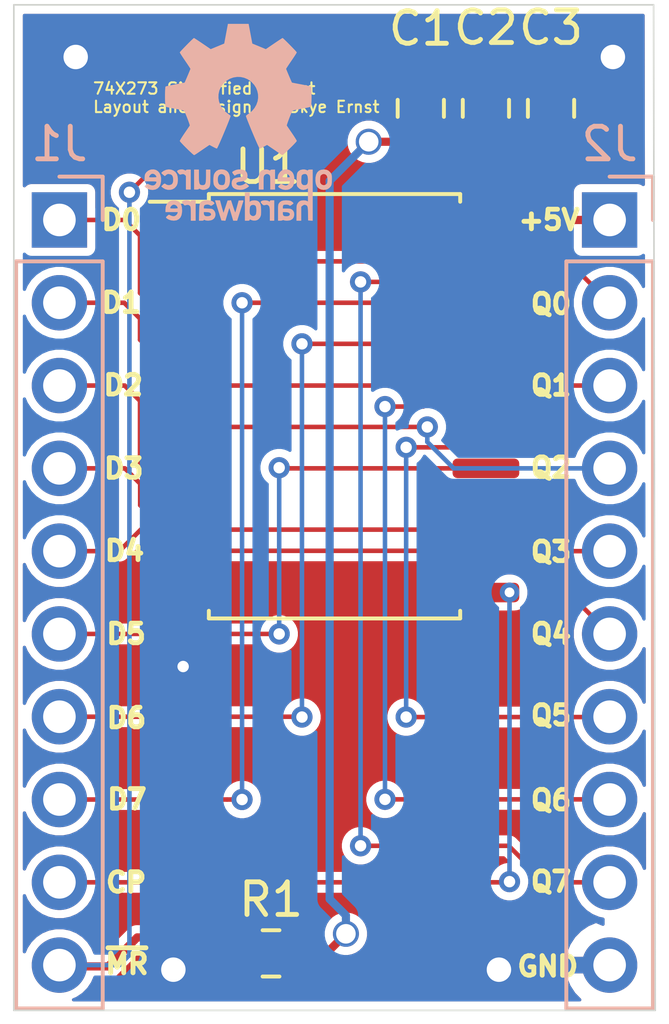
<source format=kicad_pcb>
(kicad_pcb (version 20171130) (host pcbnew "(5.1.5)-3")

  (general
    (thickness 1.6)
    (drawings 28)
    (tracks 145)
    (zones 0)
    (modules 8)
    (nets 21)
  )

  (page A4)
  (layers
    (0 F.Cu signal)
    (31 B.Cu signal)
    (32 B.Adhes user)
    (33 F.Adhes user)
    (34 B.Paste user)
    (35 F.Paste user)
    (36 B.SilkS user)
    (37 F.SilkS user)
    (38 B.Mask user)
    (39 F.Mask user)
    (40 Dwgs.User user)
    (41 Cmts.User user)
    (42 Eco1.User user hide)
    (43 Eco2.User user)
    (44 Edge.Cuts user)
    (45 Margin user)
    (46 B.CrtYd user)
    (47 F.CrtYd user)
    (48 B.Fab user)
    (49 F.Fab user)
  )

  (setup
    (last_trace_width 0.25)
    (user_trace_width 0.1397)
    (user_trace_width 0.254)
    (user_trace_width 0.508)
    (trace_clearance 0.2)
    (zone_clearance 0.25)
    (zone_45_only no)
    (trace_min 0.127)
    (via_size 0.8)
    (via_drill 0.6)
    (via_min_size 0.6)
    (via_min_drill 0.3)
    (user_via 0.65 0.35)
    (user_via 1 0.75)
    (uvia_size 0.3)
    (uvia_drill 0.1)
    (uvias_allowed no)
    (uvia_min_size 0.2)
    (uvia_min_drill 0.1)
    (edge_width 0.05)
    (segment_width 0.2)
    (pcb_text_width 0.3)
    (pcb_text_size 1.5 1.5)
    (mod_edge_width 0.12)
    (mod_text_size 1 1)
    (mod_text_width 0.15)
    (pad_size 1.524 1.524)
    (pad_drill 0.762)
    (pad_to_mask_clearance 0.051)
    (solder_mask_min_width 0.25)
    (aux_axis_origin 0 0)
    (visible_elements 7FFDFFFF)
    (pcbplotparams
      (layerselection 0x010f0_ffffffff)
      (usegerberextensions false)
      (usegerberattributes false)
      (usegerberadvancedattributes false)
      (creategerberjobfile false)
      (excludeedgelayer true)
      (linewidth 0.100000)
      (plotframeref false)
      (viasonmask false)
      (mode 1)
      (useauxorigin false)
      (hpglpennumber 1)
      (hpglpenspeed 20)
      (hpglpendiameter 15.000000)
      (psnegative false)
      (psa4output false)
      (plotreference true)
      (plotvalue true)
      (plotinvisibletext false)
      (padsonsilk false)
      (subtractmaskfromsilk false)
      (outputformat 1)
      (mirror false)
      (drillshape 0)
      (scaleselection 1)
      (outputdirectory "output/"))
  )

  (net 0 "")
  (net 1 +5V)
  (net 2 GND)
  (net 3 /~MR)
  (net 4 /CP)
  (net 5 /D7)
  (net 6 /D6)
  (net 7 /D5)
  (net 8 /D4)
  (net 9 /D3)
  (net 10 /D2)
  (net 11 /D1)
  (net 12 /D0)
  (net 13 /Q7)
  (net 14 /Q6)
  (net 15 /Q5)
  (net 16 /Q4)
  (net 17 /Q3)
  (net 18 /Q2)
  (net 19 /Q1)
  (net 20 /Q0)

  (net_class Default "This is the default net class."
    (clearance 0.2)
    (trace_width 0.25)
    (via_dia 0.8)
    (via_drill 0.6)
    (uvia_dia 0.3)
    (uvia_drill 0.1)
    (add_net +5V)
    (add_net /CP)
    (add_net /D0)
    (add_net /D1)
    (add_net /D2)
    (add_net /D3)
    (add_net /D4)
    (add_net /D5)
    (add_net /D6)
    (add_net /D7)
    (add_net /Q0)
    (add_net /Q1)
    (add_net /Q2)
    (add_net /Q3)
    (add_net /Q4)
    (add_net /Q5)
    (add_net /Q6)
    (add_net /Q7)
    (add_net /~MR)
    (add_net GND)
  )

  (module Symbol:OSHW-Logo_5.7x6mm_SilkScreen (layer B.Cu) (tedit 0) (tstamp 5F2A66BF)
    (at 155.5 74.5 180)
    (descr "Open Source Hardware Logo")
    (tags "Logo OSHW")
    (attr virtual)
    (fp_text reference REF** (at 0 0) (layer B.SilkS) hide
      (effects (font (size 1 1) (thickness 0.15)) (justify mirror))
    )
    (fp_text value OSHW-Logo_5.7x6mm_SilkScreen (at 0.75 0) (layer B.Fab) hide
      (effects (font (size 1 1) (thickness 0.15)) (justify mirror))
    )
    (fp_poly (pts (xy 0.376964 2.709982) (xy 0.433812 2.40843) (xy 0.853338 2.235488) (xy 1.104984 2.406605)
      (xy 1.175458 2.45425) (xy 1.239163 2.49679) (xy 1.293126 2.532285) (xy 1.334373 2.55879)
      (xy 1.359934 2.574364) (xy 1.366895 2.577722) (xy 1.379435 2.569086) (xy 1.406231 2.545208)
      (xy 1.44428 2.509141) (xy 1.490579 2.463933) (xy 1.542123 2.412636) (xy 1.595909 2.358299)
      (xy 1.648935 2.303972) (xy 1.698195 2.252705) (xy 1.740687 2.207549) (xy 1.773407 2.171554)
      (xy 1.793351 2.14777) (xy 1.798119 2.13981) (xy 1.791257 2.125135) (xy 1.77202 2.092986)
      (xy 1.74243 2.046508) (xy 1.70451 1.988844) (xy 1.660282 1.92314) (xy 1.634654 1.885664)
      (xy 1.587941 1.817232) (xy 1.546432 1.75548) (xy 1.51214 1.703481) (xy 1.48708 1.664308)
      (xy 1.473264 1.641035) (xy 1.471188 1.636145) (xy 1.475895 1.622245) (xy 1.488723 1.58985)
      (xy 1.507738 1.543515) (xy 1.531003 1.487794) (xy 1.556584 1.427242) (xy 1.582545 1.366414)
      (xy 1.60695 1.309864) (xy 1.627863 1.262148) (xy 1.643349 1.227819) (xy 1.651472 1.211432)
      (xy 1.651952 1.210788) (xy 1.664707 1.207659) (xy 1.698677 1.200679) (xy 1.75034 1.190533)
      (xy 1.816176 1.177908) (xy 1.892664 1.163491) (xy 1.93729 1.155177) (xy 2.019021 1.139616)
      (xy 2.092843 1.124808) (xy 2.155021 1.111564) (xy 2.201822 1.100695) (xy 2.229509 1.093011)
      (xy 2.235074 1.090573) (xy 2.240526 1.07407) (xy 2.244924 1.0368) (xy 2.248272 0.98312)
      (xy 2.250574 0.917388) (xy 2.251832 0.843963) (xy 2.252048 0.767204) (xy 2.251227 0.691468)
      (xy 2.249371 0.621114) (xy 2.246482 0.5605) (xy 2.242565 0.513984) (xy 2.237622 0.485925)
      (xy 2.234657 0.480084) (xy 2.216934 0.473083) (xy 2.179381 0.463073) (xy 2.126964 0.451231)
      (xy 2.064652 0.438733) (xy 2.0429 0.43469) (xy 1.938024 0.41548) (xy 1.85518 0.400009)
      (xy 1.79163 0.387663) (xy 1.744637 0.377827) (xy 1.711463 0.369886) (xy 1.689371 0.363224)
      (xy 1.675624 0.357227) (xy 1.667484 0.351281) (xy 1.666345 0.350106) (xy 1.654977 0.331174)
      (xy 1.637635 0.294331) (xy 1.61605 0.244087) (xy 1.591954 0.184954) (xy 1.567079 0.121444)
      (xy 1.543157 0.058068) (xy 1.521919 -0.000662) (xy 1.505097 -0.050235) (xy 1.494422 -0.086139)
      (xy 1.491627 -0.103862) (xy 1.49186 -0.104483) (xy 1.501331 -0.11897) (xy 1.522818 -0.150844)
      (xy 1.554063 -0.196789) (xy 1.592807 -0.253485) (xy 1.636793 -0.317617) (xy 1.649319 -0.335842)
      (xy 1.693984 -0.401914) (xy 1.733288 -0.4622) (xy 1.765088 -0.513235) (xy 1.787245 -0.55156)
      (xy 1.797617 -0.573711) (xy 1.798119 -0.576432) (xy 1.789405 -0.590736) (xy 1.765325 -0.619072)
      (xy 1.728976 -0.658396) (xy 1.683453 -0.705661) (xy 1.631852 -0.757823) (xy 1.577267 -0.811835)
      (xy 1.522794 -0.864653) (xy 1.471529 -0.913231) (xy 1.426567 -0.954523) (xy 1.391004 -0.985485)
      (xy 1.367935 -1.00307) (xy 1.361554 -1.005941) (xy 1.346699 -0.999178) (xy 1.316286 -0.980939)
      (xy 1.275268 -0.954297) (xy 1.243709 -0.932852) (xy 1.186525 -0.893503) (xy 1.118806 -0.847171)
      (xy 1.05088 -0.800913) (xy 1.014361 -0.776155) (xy 0.890752 -0.692547) (xy 0.786991 -0.74865)
      (xy 0.73972 -0.773228) (xy 0.699523 -0.792331) (xy 0.672326 -0.803227) (xy 0.665402 -0.804743)
      (xy 0.657077 -0.793549) (xy 0.640654 -0.761917) (xy 0.617357 -0.712765) (xy 0.588414 -0.64901)
      (xy 0.55505 -0.573571) (xy 0.518491 -0.489364) (xy 0.479964 -0.399308) (xy 0.440694 -0.306321)
      (xy 0.401908 -0.21332) (xy 0.36483 -0.123223) (xy 0.330689 -0.038948) (xy 0.300708 0.036587)
      (xy 0.276116 0.100466) (xy 0.258136 0.149769) (xy 0.247997 0.181579) (xy 0.246366 0.192504)
      (xy 0.259291 0.206439) (xy 0.287589 0.22906) (xy 0.325346 0.255667) (xy 0.328515 0.257772)
      (xy 0.4261 0.335886) (xy 0.504786 0.427018) (xy 0.563891 0.528255) (xy 0.602732 0.636682)
      (xy 0.620628 0.749386) (xy 0.616897 0.863452) (xy 0.590857 0.975966) (xy 0.541825 1.084015)
      (xy 0.5274 1.107655) (xy 0.452369 1.203113) (xy 0.36373 1.279768) (xy 0.264549 1.33722)
      (xy 0.157895 1.375071) (xy 0.046836 1.392922) (xy -0.065561 1.390375) (xy -0.176227 1.36703)
      (xy -0.282094 1.32249) (xy -0.380095 1.256355) (xy -0.41041 1.229513) (xy -0.487562 1.145488)
      (xy -0.543782 1.057034) (xy -0.582347 0.957885) (xy -0.603826 0.859697) (xy -0.609128 0.749303)
      (xy -0.591448 0.63836) (xy -0.552581 0.530619) (xy -0.494323 0.429831) (xy -0.418469 0.339744)
      (xy -0.326817 0.264108) (xy -0.314772 0.256136) (xy -0.276611 0.230026) (xy -0.247601 0.207405)
      (xy -0.233732 0.192961) (xy -0.233531 0.192504) (xy -0.236508 0.176879) (xy -0.248311 0.141418)
      (xy -0.267714 0.089038) (xy -0.293488 0.022655) (xy -0.324409 -0.054814) (xy -0.359249 -0.14045)
      (xy -0.396783 -0.231337) (xy -0.435783 -0.324559) (xy -0.475023 -0.417197) (xy -0.513276 -0.506335)
      (xy -0.549317 -0.589055) (xy -0.581917 -0.662441) (xy -0.609852 -0.723575) (xy -0.631895 -0.769541)
      (xy -0.646818 -0.797421) (xy -0.652828 -0.804743) (xy -0.671191 -0.799041) (xy -0.705552 -0.783749)
      (xy -0.749984 -0.761599) (xy -0.774417 -0.74865) (xy -0.878178 -0.692547) (xy -1.001787 -0.776155)
      (xy -1.064886 -0.818987) (xy -1.13397 -0.866122) (xy -1.198707 -0.910503) (xy -1.231134 -0.932852)
      (xy -1.276741 -0.963477) (xy -1.31536 -0.987747) (xy -1.341952 -1.002587) (xy -1.35059 -1.005724)
      (xy -1.363161 -0.997261) (xy -1.390984 -0.973636) (xy -1.431361 -0.937302) (xy -1.481595 -0.890711)
      (xy -1.538988 -0.836317) (xy -1.575286 -0.801392) (xy -1.63879 -0.738996) (xy -1.693673 -0.683188)
      (xy -1.737714 -0.636354) (xy -1.768695 -0.600882) (xy -1.784398 -0.579161) (xy -1.785905 -0.574752)
      (xy -1.778914 -0.557985) (xy -1.759594 -0.524082) (xy -1.730091 -0.476476) (xy -1.692545 -0.418599)
      (xy -1.6491 -0.353884) (xy -1.636745 -0.335842) (xy -1.591727 -0.270267) (xy -1.55134 -0.211228)
      (xy -1.51784 -0.162042) (xy -1.493486 -0.126028) (xy -1.480536 -0.106502) (xy -1.479285 -0.104483)
      (xy -1.481156 -0.088922) (xy -1.491087 -0.054709) (xy -1.507347 -0.006355) (xy -1.528205 0.051629)
      (xy -1.551927 0.11473) (xy -1.576784 0.178437) (xy -1.601042 0.238239) (xy -1.622971 0.289624)
      (xy -1.640838 0.328081) (xy -1.652913 0.349098) (xy -1.653771 0.350106) (xy -1.661154 0.356112)
      (xy -1.673625 0.362052) (xy -1.69392 0.36854) (xy -1.724778 0.376191) (xy -1.768934 0.38562)
      (xy -1.829126 0.397441) (xy -1.908093 0.412271) (xy -2.00857 0.430723) (xy -2.030325 0.43469)
      (xy -2.094802 0.447147) (xy -2.151011 0.459334) (xy -2.193987 0.470074) (xy -2.21876 0.478191)
      (xy -2.222082 0.480084) (xy -2.227556 0.496862) (xy -2.232006 0.534355) (xy -2.235428 0.588206)
      (xy -2.237819 0.654056) (xy -2.239177 0.727547) (xy -2.239499 0.80432) (xy -2.238781 0.880017)
      (xy -2.237021 0.95028) (xy -2.234216 1.01075) (xy -2.230362 1.05707) (xy -2.225457 1.084881)
      (xy -2.2225 1.090573) (xy -2.206037 1.096314) (xy -2.168551 1.105655) (xy -2.113775 1.117785)
      (xy -2.045445 1.131893) (xy -1.967294 1.14717) (xy -1.924716 1.155177) (xy -1.843929 1.170279)
      (xy -1.771887 1.18396) (xy -1.712111 1.195533) (xy -1.668121 1.204313) (xy -1.643439 1.209613)
      (xy -1.639377 1.210788) (xy -1.632511 1.224035) (xy -1.617998 1.255943) (xy -1.597771 1.301953)
      (xy -1.573766 1.357508) (xy -1.547918 1.418047) (xy -1.52216 1.479014) (xy -1.498427 1.535849)
      (xy -1.478654 1.583994) (xy -1.464776 1.61889) (xy -1.458726 1.635979) (xy -1.458614 1.636726)
      (xy -1.465472 1.650207) (xy -1.484698 1.68123) (xy -1.514272 1.726711) (xy -1.552173 1.783568)
      (xy -1.59638 1.848717) (xy -1.622079 1.886138) (xy -1.668907 1.954753) (xy -1.710499 2.017048)
      (xy -1.744825 2.069871) (xy -1.769857 2.110073) (xy -1.783565 2.1345) (xy -1.785544 2.139976)
      (xy -1.777034 2.152722) (xy -1.753507 2.179937) (xy -1.717968 2.218572) (xy -1.673423 2.265577)
      (xy -1.622877 2.317905) (xy -1.569336 2.372505) (xy -1.515805 2.42633) (xy -1.465289 2.47633)
      (xy -1.420794 2.519457) (xy -1.385325 2.552661) (xy -1.361887 2.572894) (xy -1.354046 2.577722)
      (xy -1.34128 2.570933) (xy -1.310744 2.551858) (xy -1.26541 2.522439) (xy -1.208244 2.484619)
      (xy -1.142216 2.440339) (xy -1.09241 2.406605) (xy -0.840764 2.235488) (xy -0.631001 2.321959)
      (xy -0.421237 2.40843) (xy -0.364389 2.709982) (xy -0.30754 3.011534) (xy 0.320115 3.011534)
      (xy 0.376964 2.709982)) (layer B.SilkS) (width 0.01))
    (fp_poly (pts (xy 1.79946 -1.45803) (xy 1.842711 -1.471245) (xy 1.870558 -1.487941) (xy 1.879629 -1.501145)
      (xy 1.877132 -1.516797) (xy 1.860931 -1.541385) (xy 1.847232 -1.5588) (xy 1.818992 -1.590283)
      (xy 1.797775 -1.603529) (xy 1.779688 -1.602664) (xy 1.726035 -1.58901) (xy 1.68663 -1.58963)
      (xy 1.654632 -1.605104) (xy 1.64389 -1.614161) (xy 1.609505 -1.646027) (xy 1.609505 -2.062179)
      (xy 1.471188 -2.062179) (xy 1.471188 -1.458614) (xy 1.540347 -1.458614) (xy 1.581869 -1.460256)
      (xy 1.603291 -1.466087) (xy 1.609502 -1.477461) (xy 1.609505 -1.477798) (xy 1.612439 -1.489713)
      (xy 1.625704 -1.488159) (xy 1.644084 -1.479563) (xy 1.682046 -1.463568) (xy 1.712872 -1.453945)
      (xy 1.752536 -1.451478) (xy 1.79946 -1.45803)) (layer B.SilkS) (width 0.01))
    (fp_poly (pts (xy -0.754012 -1.469002) (xy -0.722717 -1.48395) (xy -0.692409 -1.505541) (xy -0.669318 -1.530391)
      (xy -0.6525 -1.562087) (xy -0.641006 -1.604214) (xy -0.633891 -1.660358) (xy -0.630207 -1.734106)
      (xy -0.629008 -1.829044) (xy -0.628989 -1.838985) (xy -0.628713 -2.062179) (xy -0.76703 -2.062179)
      (xy -0.76703 -1.856418) (xy -0.767128 -1.780189) (xy -0.767809 -1.724939) (xy -0.769651 -1.686501)
      (xy -0.773233 -1.660706) (xy -0.779132 -1.643384) (xy -0.787927 -1.630368) (xy -0.80018 -1.617507)
      (xy -0.843047 -1.589873) (xy -0.889843 -1.584745) (xy -0.934424 -1.602217) (xy -0.949928 -1.615221)
      (xy -0.96131 -1.627447) (xy -0.969481 -1.64054) (xy -0.974974 -1.658615) (xy -0.97832 -1.685787)
      (xy -0.980051 -1.72617) (xy -0.980697 -1.783879) (xy -0.980792 -1.854132) (xy -0.980792 -2.062179)
      (xy -1.119109 -2.062179) (xy -1.119109 -1.458614) (xy -1.04995 -1.458614) (xy -1.008428 -1.460256)
      (xy -0.987006 -1.466087) (xy -0.980795 -1.477461) (xy -0.980792 -1.477798) (xy -0.97791 -1.488938)
      (xy -0.965199 -1.487674) (xy -0.939926 -1.475434) (xy -0.882605 -1.457424) (xy -0.817037 -1.455421)
      (xy -0.754012 -1.469002)) (layer B.SilkS) (width 0.01))
    (fp_poly (pts (xy 2.677898 -1.456457) (xy 2.710096 -1.464279) (xy 2.771825 -1.492921) (xy 2.82461 -1.536667)
      (xy 2.861141 -1.589117) (xy 2.86616 -1.600893) (xy 2.873045 -1.63174) (xy 2.877864 -1.677371)
      (xy 2.879505 -1.723492) (xy 2.879505 -1.810693) (xy 2.697178 -1.810693) (xy 2.621979 -1.810978)
      (xy 2.569003 -1.812704) (xy 2.535325 -1.817181) (xy 2.51802 -1.82572) (xy 2.514163 -1.83963)
      (xy 2.520829 -1.860222) (xy 2.53277 -1.884315) (xy 2.56608 -1.924525) (xy 2.612368 -1.944558)
      (xy 2.668944 -1.943905) (xy 2.733031 -1.922101) (xy 2.788417 -1.895193) (xy 2.834375 -1.931532)
      (xy 2.880333 -1.967872) (xy 2.837096 -2.007819) (xy 2.779374 -2.045563) (xy 2.708386 -2.06832)
      (xy 2.632029 -2.074688) (xy 2.558199 -2.063268) (xy 2.546287 -2.059393) (xy 2.481399 -2.025506)
      (xy 2.43313 -1.974986) (xy 2.400465 -1.906325) (xy 2.382385 -1.818014) (xy 2.382175 -1.816121)
      (xy 2.380556 -1.719878) (xy 2.3871 -1.685542) (xy 2.514852 -1.685542) (xy 2.526584 -1.690822)
      (xy 2.558438 -1.694867) (xy 2.605397 -1.697176) (xy 2.635154 -1.697525) (xy 2.690648 -1.697306)
      (xy 2.725346 -1.695916) (xy 2.743601 -1.692251) (xy 2.749766 -1.68521) (xy 2.748195 -1.67369)
      (xy 2.746878 -1.669233) (xy 2.724382 -1.627355) (xy 2.689003 -1.593604) (xy 2.65778 -1.578773)
      (xy 2.616301 -1.579668) (xy 2.574269 -1.598164) (xy 2.539012 -1.628786) (xy 2.517854 -1.666062)
      (xy 2.514852 -1.685542) (xy 2.3871 -1.685542) (xy 2.39669 -1.635229) (xy 2.428698 -1.564191)
      (xy 2.474701 -1.508779) (xy 2.532821 -1.471009) (xy 2.60118 -1.452896) (xy 2.677898 -1.456457)) (layer B.SilkS) (width 0.01))
    (fp_poly (pts (xy 2.217226 -1.46388) (xy 2.29008 -1.49483) (xy 2.313027 -1.509895) (xy 2.342354 -1.533048)
      (xy 2.360764 -1.551253) (xy 2.363961 -1.557183) (xy 2.354935 -1.57034) (xy 2.331837 -1.592667)
      (xy 2.313344 -1.60825) (xy 2.262728 -1.648926) (xy 2.22276 -1.615295) (xy 2.191874 -1.593584)
      (xy 2.161759 -1.58609) (xy 2.127292 -1.58792) (xy 2.072561 -1.601528) (xy 2.034886 -1.629772)
      (xy 2.011991 -1.675433) (xy 2.001597 -1.741289) (xy 2.001595 -1.741331) (xy 2.002494 -1.814939)
      (xy 2.016463 -1.868946) (xy 2.044328 -1.905716) (xy 2.063325 -1.918168) (xy 2.113776 -1.933673)
      (xy 2.167663 -1.933683) (xy 2.214546 -1.918638) (xy 2.225644 -1.911287) (xy 2.253476 -1.892511)
      (xy 2.275236 -1.889434) (xy 2.298704 -1.903409) (xy 2.324649 -1.92851) (xy 2.365716 -1.97088)
      (xy 2.320121 -2.008464) (xy 2.249674 -2.050882) (xy 2.170233 -2.071785) (xy 2.087215 -2.070272)
      (xy 2.032694 -2.056411) (xy 1.96897 -2.022135) (xy 1.918005 -1.968212) (xy 1.894851 -1.930149)
      (xy 1.876099 -1.875536) (xy 1.866715 -1.806369) (xy 1.866643 -1.731407) (xy 1.875824 -1.659409)
      (xy 1.894199 -1.599137) (xy 1.897093 -1.592958) (xy 1.939952 -1.532351) (xy 1.997979 -1.488224)
      (xy 2.066591 -1.461493) (xy 2.141201 -1.453073) (xy 2.217226 -1.46388)) (layer B.SilkS) (width 0.01))
    (fp_poly (pts (xy 0.993367 -1.654342) (xy 0.994555 -1.746563) (xy 0.998897 -1.81661) (xy 1.007558 -1.867381)
      (xy 1.021704 -1.901772) (xy 1.0425 -1.922679) (xy 1.07111 -1.933) (xy 1.106535 -1.935636)
      (xy 1.143636 -1.932682) (xy 1.171818 -1.921889) (xy 1.192243 -1.90036) (xy 1.206079 -1.865199)
      (xy 1.214491 -1.81351) (xy 1.218643 -1.742394) (xy 1.219703 -1.654342) (xy 1.219703 -1.458614)
      (xy 1.35802 -1.458614) (xy 1.35802 -2.062179) (xy 1.288862 -2.062179) (xy 1.24717 -2.060489)
      (xy 1.225701 -2.054556) (xy 1.219703 -2.043293) (xy 1.216091 -2.033261) (xy 1.201714 -2.035383)
      (xy 1.172736 -2.04958) (xy 1.106319 -2.07148) (xy 1.035875 -2.069928) (xy 0.968377 -2.046147)
      (xy 0.936233 -2.027362) (xy 0.911715 -2.007022) (xy 0.893804 -1.981573) (xy 0.881479 -1.947458)
      (xy 0.873723 -1.901121) (xy 0.869516 -1.839007) (xy 0.86784 -1.757561) (xy 0.867624 -1.694578)
      (xy 0.867624 -1.458614) (xy 0.993367 -1.458614) (xy 0.993367 -1.654342)) (layer B.SilkS) (width 0.01))
    (fp_poly (pts (xy 0.610762 -1.466055) (xy 0.674363 -1.500692) (xy 0.724123 -1.555372) (xy 0.747568 -1.599842)
      (xy 0.757634 -1.639121) (xy 0.764156 -1.695116) (xy 0.766951 -1.759621) (xy 0.765836 -1.824429)
      (xy 0.760626 -1.881334) (xy 0.754541 -1.911727) (xy 0.734014 -1.953306) (xy 0.698463 -1.997468)
      (xy 0.655619 -2.036087) (xy 0.613211 -2.061034) (xy 0.612177 -2.06143) (xy 0.559553 -2.072331)
      (xy 0.497188 -2.072601) (xy 0.437924 -2.062676) (xy 0.41504 -2.054722) (xy 0.356102 -2.0213)
      (xy 0.31389 -1.977511) (xy 0.286156 -1.919538) (xy 0.270651 -1.843565) (xy 0.267143 -1.803771)
      (xy 0.26759 -1.753766) (xy 0.402376 -1.753766) (xy 0.406917 -1.826732) (xy 0.419986 -1.882334)
      (xy 0.440756 -1.917861) (xy 0.455552 -1.92802) (xy 0.493464 -1.935104) (xy 0.538527 -1.933007)
      (xy 0.577487 -1.922812) (xy 0.587704 -1.917204) (xy 0.614659 -1.884538) (xy 0.632451 -1.834545)
      (xy 0.640024 -1.773705) (xy 0.636325 -1.708497) (xy 0.628057 -1.669253) (xy 0.60432 -1.623805)
      (xy 0.566849 -1.595396) (xy 0.52172 -1.585573) (xy 0.475011 -1.595887) (xy 0.439132 -1.621112)
      (xy 0.420277 -1.641925) (xy 0.409272 -1.662439) (xy 0.404026 -1.690203) (xy 0.402449 -1.732762)
      (xy 0.402376 -1.753766) (xy 0.26759 -1.753766) (xy 0.268094 -1.69758) (xy 0.285388 -1.610501)
      (xy 0.319029 -1.54253) (xy 0.369018 -1.493664) (xy 0.435356 -1.463899) (xy 0.449601 -1.460448)
      (xy 0.53521 -1.452345) (xy 0.610762 -1.466055)) (layer B.SilkS) (width 0.01))
    (fp_poly (pts (xy 0.014017 -1.456452) (xy 0.061634 -1.465482) (xy 0.111034 -1.48437) (xy 0.116312 -1.486777)
      (xy 0.153774 -1.506476) (xy 0.179717 -1.524781) (xy 0.188103 -1.536508) (xy 0.180117 -1.555632)
      (xy 0.16072 -1.58385) (xy 0.15211 -1.594384) (xy 0.116628 -1.635847) (xy 0.070885 -1.608858)
      (xy 0.02735 -1.590878) (xy -0.02295 -1.581267) (xy -0.071188 -1.58066) (xy -0.108533 -1.589691)
      (xy -0.117495 -1.595327) (xy -0.134563 -1.621171) (xy -0.136637 -1.650941) (xy -0.123866 -1.674197)
      (xy -0.116312 -1.678708) (xy -0.093675 -1.684309) (xy -0.053885 -1.690892) (xy -0.004834 -1.697183)
      (xy 0.004215 -1.69817) (xy 0.082996 -1.711798) (xy 0.140136 -1.734946) (xy 0.17803 -1.769752)
      (xy 0.199079 -1.818354) (xy 0.205635 -1.877718) (xy 0.196577 -1.945198) (xy 0.167164 -1.998188)
      (xy 0.117278 -2.036783) (xy 0.0468 -2.061081) (xy -0.031435 -2.070667) (xy -0.095234 -2.070552)
      (xy -0.146984 -2.061845) (xy -0.182327 -2.049825) (xy -0.226983 -2.02888) (xy -0.268253 -2.004574)
      (xy -0.282921 -1.993876) (xy -0.320643 -1.963084) (xy -0.275148 -1.917049) (xy -0.229653 -1.871013)
      (xy -0.177928 -1.905243) (xy -0.126048 -1.930952) (xy -0.070649 -1.944399) (xy -0.017395 -1.945818)
      (xy 0.028049 -1.935443) (xy 0.060016 -1.913507) (xy 0.070338 -1.894998) (xy 0.068789 -1.865314)
      (xy 0.04314 -1.842615) (xy -0.00654 -1.82694) (xy -0.060969 -1.819695) (xy -0.144736 -1.805873)
      (xy -0.206967 -1.779796) (xy -0.248493 -1.740699) (xy -0.270147 -1.68782) (xy -0.273147 -1.625126)
      (xy -0.258329 -1.559642) (xy -0.224546 -1.510144) (xy -0.171495 -1.476408) (xy -0.098874 -1.458207)
      (xy -0.045072 -1.454639) (xy 0.014017 -1.456452)) (layer B.SilkS) (width 0.01))
    (fp_poly (pts (xy -1.356699 -1.472614) (xy -1.344168 -1.478514) (xy -1.300799 -1.510283) (xy -1.25979 -1.556646)
      (xy -1.229168 -1.607696) (xy -1.220459 -1.631166) (xy -1.212512 -1.673091) (xy -1.207774 -1.723757)
      (xy -1.207199 -1.744679) (xy -1.207129 -1.810693) (xy -1.587083 -1.810693) (xy -1.578983 -1.845273)
      (xy -1.559104 -1.88617) (xy -1.524347 -1.921514) (xy -1.482998 -1.944282) (xy -1.456649 -1.94901)
      (xy -1.420916 -1.943273) (xy -1.378282 -1.928882) (xy -1.363799 -1.922262) (xy -1.31024 -1.895513)
      (xy -1.264533 -1.930376) (xy -1.238158 -1.953955) (xy -1.224124 -1.973417) (xy -1.223414 -1.979129)
      (xy -1.235951 -1.992973) (xy -1.263428 -2.014012) (xy -1.288366 -2.030425) (xy -1.355664 -2.05993)
      (xy -1.43111 -2.073284) (xy -1.505888 -2.069812) (xy -1.565495 -2.051663) (xy -1.626941 -2.012784)
      (xy -1.670608 -1.961595) (xy -1.697926 -1.895367) (xy -1.710322 -1.811371) (xy -1.711421 -1.772936)
      (xy -1.707022 -1.684861) (xy -1.706482 -1.682299) (xy -1.580582 -1.682299) (xy -1.577115 -1.690558)
      (xy -1.562863 -1.695113) (xy -1.53347 -1.697065) (xy -1.484575 -1.697517) (xy -1.465748 -1.697525)
      (xy -1.408467 -1.696843) (xy -1.372141 -1.694364) (xy -1.352604 -1.689443) (xy -1.34569 -1.681434)
      (xy -1.345445 -1.678862) (xy -1.353336 -1.658423) (xy -1.373085 -1.629789) (xy -1.381575 -1.619763)
      (xy -1.413094 -1.591408) (xy -1.445949 -1.580259) (xy -1.463651 -1.579327) (xy -1.511539 -1.590981)
      (xy -1.551699 -1.622285) (xy -1.577173 -1.667752) (xy -1.577625 -1.669233) (xy -1.580582 -1.682299)
      (xy -1.706482 -1.682299) (xy -1.692392 -1.61551) (xy -1.666038 -1.560025) (xy -1.633807 -1.520639)
      (xy -1.574217 -1.477931) (xy -1.504168 -1.455109) (xy -1.429661 -1.453046) (xy -1.356699 -1.472614)) (layer B.SilkS) (width 0.01))
    (fp_poly (pts (xy -2.538261 -1.465148) (xy -2.472479 -1.494231) (xy -2.42254 -1.542793) (xy -2.388374 -1.610908)
      (xy -2.369907 -1.698651) (xy -2.368583 -1.712351) (xy -2.367546 -1.808939) (xy -2.380993 -1.893602)
      (xy -2.408108 -1.962221) (xy -2.422627 -1.984294) (xy -2.473201 -2.031011) (xy -2.537609 -2.061268)
      (xy -2.609666 -2.073824) (xy -2.683185 -2.067439) (xy -2.739072 -2.047772) (xy -2.787132 -2.014629)
      (xy -2.826412 -1.971175) (xy -2.827092 -1.970158) (xy -2.843044 -1.943338) (xy -2.85341 -1.916368)
      (xy -2.859688 -1.882332) (xy -2.863373 -1.83431) (xy -2.864997 -1.794931) (xy -2.865672 -1.759219)
      (xy -2.739955 -1.759219) (xy -2.738726 -1.79477) (xy -2.734266 -1.842094) (xy -2.726397 -1.872465)
      (xy -2.712207 -1.894072) (xy -2.698917 -1.906694) (xy -2.651802 -1.933122) (xy -2.602505 -1.936653)
      (xy -2.556593 -1.917639) (xy -2.533638 -1.896331) (xy -2.517096 -1.874859) (xy -2.507421 -1.854313)
      (xy -2.503174 -1.827574) (xy -2.50292 -1.787523) (xy -2.504228 -1.750638) (xy -2.507043 -1.697947)
      (xy -2.511505 -1.663772) (xy -2.519548 -1.64148) (xy -2.533103 -1.624442) (xy -2.543845 -1.614703)
      (xy -2.588777 -1.589123) (xy -2.637249 -1.587847) (xy -2.677894 -1.602999) (xy -2.712567 -1.634642)
      (xy -2.733224 -1.68662) (xy -2.739955 -1.759219) (xy -2.865672 -1.759219) (xy -2.866479 -1.716621)
      (xy -2.863948 -1.658056) (xy -2.856362 -1.614007) (xy -2.842681 -1.579248) (xy -2.821865 -1.548551)
      (xy -2.814147 -1.539436) (xy -2.765889 -1.494021) (xy -2.714128 -1.467493) (xy -2.650828 -1.456379)
      (xy -2.619961 -1.455471) (xy -2.538261 -1.465148)) (layer B.SilkS) (width 0.01))
    (fp_poly (pts (xy 2.032581 -2.40497) (xy 2.092685 -2.420597) (xy 2.143021 -2.452848) (xy 2.167393 -2.47694)
      (xy 2.207345 -2.533895) (xy 2.230242 -2.599965) (xy 2.238108 -2.681182) (xy 2.238148 -2.687748)
      (xy 2.238218 -2.753763) (xy 1.858264 -2.753763) (xy 1.866363 -2.788342) (xy 1.880987 -2.819659)
      (xy 1.906581 -2.852291) (xy 1.911935 -2.8575) (xy 1.957943 -2.885694) (xy 2.01041 -2.890475)
      (xy 2.070803 -2.871926) (xy 2.08104 -2.866931) (xy 2.112439 -2.851745) (xy 2.13347 -2.843094)
      (xy 2.137139 -2.842293) (xy 2.149948 -2.850063) (xy 2.174378 -2.869072) (xy 2.186779 -2.87946)
      (xy 2.212476 -2.903321) (xy 2.220915 -2.919077) (xy 2.215058 -2.933571) (xy 2.211928 -2.937534)
      (xy 2.190725 -2.954879) (xy 2.155738 -2.975959) (xy 2.131337 -2.988265) (xy 2.062072 -3.009946)
      (xy 1.985388 -3.016971) (xy 1.912765 -3.008647) (xy 1.892426 -3.002686) (xy 1.829476 -2.968952)
      (xy 1.782815 -2.917045) (xy 1.752173 -2.846459) (xy 1.737282 -2.756692) (xy 1.735647 -2.709753)
      (xy 1.740421 -2.641413) (xy 1.86099 -2.641413) (xy 1.872652 -2.646465) (xy 1.903998 -2.650429)
      (xy 1.949571 -2.652768) (xy 1.980446 -2.653169) (xy 2.035981 -2.652783) (xy 2.071033 -2.650975)
      (xy 2.090262 -2.646773) (xy 2.09833 -2.639203) (xy 2.099901 -2.628218) (xy 2.089121 -2.594381)
      (xy 2.06198 -2.56094) (xy 2.026277 -2.535272) (xy 1.99056 -2.524772) (xy 1.942048 -2.534086)
      (xy 1.900053 -2.561013) (xy 1.870936 -2.599827) (xy 1.86099 -2.641413) (xy 1.740421 -2.641413)
      (xy 1.742599 -2.610236) (xy 1.764055 -2.530949) (xy 1.80047 -2.471263) (xy 1.852297 -2.430549)
      (xy 1.91999 -2.408179) (xy 1.956662 -2.403871) (xy 2.032581 -2.40497)) (layer B.SilkS) (width 0.01))
    (fp_poly (pts (xy 1.635255 -2.401486) (xy 1.683595 -2.411015) (xy 1.711114 -2.425125) (xy 1.740064 -2.448568)
      (xy 1.698876 -2.500571) (xy 1.673482 -2.532064) (xy 1.656238 -2.547428) (xy 1.639102 -2.549776)
      (xy 1.614027 -2.542217) (xy 1.602257 -2.537941) (xy 1.55427 -2.531631) (xy 1.510324 -2.545156)
      (xy 1.47806 -2.57571) (xy 1.472819 -2.585452) (xy 1.467112 -2.611258) (xy 1.462706 -2.658817)
      (xy 1.459811 -2.724758) (xy 1.458631 -2.80571) (xy 1.458614 -2.817226) (xy 1.458614 -3.017822)
      (xy 1.320297 -3.017822) (xy 1.320297 -2.401683) (xy 1.389456 -2.401683) (xy 1.429333 -2.402725)
      (xy 1.450107 -2.407358) (xy 1.457789 -2.417849) (xy 1.458614 -2.427745) (xy 1.458614 -2.453806)
      (xy 1.491745 -2.427745) (xy 1.529735 -2.409965) (xy 1.58077 -2.401174) (xy 1.635255 -2.401486)) (layer B.SilkS) (width 0.01))
    (fp_poly (pts (xy 1.038411 -2.405417) (xy 1.091411 -2.41829) (xy 1.106731 -2.42511) (xy 1.136428 -2.442974)
      (xy 1.15922 -2.463093) (xy 1.176083 -2.488962) (xy 1.187998 -2.524073) (xy 1.195942 -2.57192)
      (xy 1.200894 -2.635996) (xy 1.203831 -2.719794) (xy 1.204947 -2.775768) (xy 1.209052 -3.017822)
      (xy 1.138932 -3.017822) (xy 1.096393 -3.016038) (xy 1.074476 -3.009942) (xy 1.068812 -2.999706)
      (xy 1.065821 -2.988637) (xy 1.052451 -2.990754) (xy 1.034233 -2.999629) (xy 0.988624 -3.013233)
      (xy 0.930007 -3.016899) (xy 0.868354 -3.010903) (xy 0.813638 -2.995521) (xy 0.80873 -2.993386)
      (xy 0.758723 -2.958255) (xy 0.725756 -2.909419) (xy 0.710587 -2.852333) (xy 0.711746 -2.831824)
      (xy 0.835508 -2.831824) (xy 0.846413 -2.859425) (xy 0.878745 -2.879204) (xy 0.93091 -2.889819)
      (xy 0.958787 -2.891228) (xy 1.005247 -2.88762) (xy 1.036129 -2.873597) (xy 1.043664 -2.866931)
      (xy 1.064076 -2.830666) (xy 1.068812 -2.797773) (xy 1.068812 -2.753763) (xy 1.007513 -2.753763)
      (xy 0.936256 -2.757395) (xy 0.886276 -2.768818) (xy 0.854696 -2.788824) (xy 0.847626 -2.797743)
      (xy 0.835508 -2.831824) (xy 0.711746 -2.831824) (xy 0.713971 -2.792456) (xy 0.736663 -2.735244)
      (xy 0.767624 -2.69658) (xy 0.786376 -2.679864) (xy 0.804733 -2.668878) (xy 0.828619 -2.66218)
      (xy 0.863957 -2.658326) (xy 0.916669 -2.655873) (xy 0.937577 -2.655168) (xy 1.068812 -2.650879)
      (xy 1.06862 -2.611158) (xy 1.063537 -2.569405) (xy 1.045162 -2.544158) (xy 1.008039 -2.52803)
      (xy 1.007043 -2.527742) (xy 0.95441 -2.5214) (xy 0.902906 -2.529684) (xy 0.86463 -2.549827)
      (xy 0.849272 -2.559773) (xy 0.83273 -2.558397) (xy 0.807275 -2.543987) (xy 0.792328 -2.533817)
      (xy 0.763091 -2.512088) (xy 0.74498 -2.4958) (xy 0.742074 -2.491137) (xy 0.75404 -2.467005)
      (xy 0.789396 -2.438185) (xy 0.804753 -2.428461) (xy 0.848901 -2.411714) (xy 0.908398 -2.402227)
      (xy 0.974487 -2.400095) (xy 1.038411 -2.405417)) (layer B.SilkS) (width 0.01))
    (fp_poly (pts (xy 0.281524 -2.404237) (xy 0.331255 -2.407971) (xy 0.461291 -2.797773) (xy 0.481678 -2.728614)
      (xy 0.493946 -2.685874) (xy 0.510085 -2.628115) (xy 0.527512 -2.564625) (xy 0.536726 -2.53057)
      (xy 0.571388 -2.401683) (xy 0.714391 -2.401683) (xy 0.671646 -2.536857) (xy 0.650596 -2.603342)
      (xy 0.625167 -2.683539) (xy 0.59861 -2.767193) (xy 0.574902 -2.841782) (xy 0.520902 -3.011535)
      (xy 0.462598 -3.015328) (xy 0.404295 -3.019122) (xy 0.372679 -2.914734) (xy 0.353182 -2.849889)
      (xy 0.331904 -2.7784) (xy 0.313308 -2.715263) (xy 0.312574 -2.71275) (xy 0.298684 -2.669969)
      (xy 0.286429 -2.640779) (xy 0.277846 -2.629741) (xy 0.276082 -2.631018) (xy 0.269891 -2.64813)
      (xy 0.258128 -2.684787) (xy 0.242225 -2.736378) (xy 0.223614 -2.798294) (xy 0.213543 -2.832352)
      (xy 0.159007 -3.017822) (xy 0.043264 -3.017822) (xy -0.049263 -2.725471) (xy -0.075256 -2.643462)
      (xy -0.098934 -2.568987) (xy -0.11918 -2.505544) (xy -0.134874 -2.456632) (xy -0.144898 -2.425749)
      (xy -0.147945 -2.416726) (xy -0.145533 -2.407487) (xy -0.126592 -2.403441) (xy -0.087177 -2.403846)
      (xy -0.081007 -2.404152) (xy -0.007914 -2.407971) (xy 0.039957 -2.58401) (xy 0.057553 -2.648211)
      (xy 0.073277 -2.704649) (xy 0.085746 -2.748422) (xy 0.093574 -2.77463) (xy 0.09502 -2.778903)
      (xy 0.101014 -2.77399) (xy 0.113101 -2.748532) (xy 0.129893 -2.705997) (xy 0.150003 -2.64985)
      (xy 0.167003 -2.59913) (xy 0.231794 -2.400504) (xy 0.281524 -2.404237)) (layer B.SilkS) (width 0.01))
    (fp_poly (pts (xy -0.201188 -3.017822) (xy -0.270346 -3.017822) (xy -0.310488 -3.016645) (xy -0.331394 -3.011772)
      (xy -0.338922 -3.001186) (xy -0.339505 -2.994029) (xy -0.340774 -2.979676) (xy -0.348779 -2.976923)
      (xy -0.369815 -2.985771) (xy -0.386173 -2.994029) (xy -0.448977 -3.013597) (xy -0.517248 -3.014729)
      (xy -0.572752 -3.000135) (xy -0.624438 -2.964877) (xy -0.663838 -2.912835) (xy -0.685413 -2.85145)
      (xy -0.685962 -2.848018) (xy -0.689167 -2.810571) (xy -0.690761 -2.756813) (xy -0.690633 -2.716155)
      (xy -0.553279 -2.716155) (xy -0.550097 -2.770194) (xy -0.542859 -2.814735) (xy -0.53306 -2.839888)
      (xy -0.495989 -2.87426) (xy -0.451974 -2.886582) (xy -0.406584 -2.876618) (xy -0.367797 -2.846895)
      (xy -0.353108 -2.826905) (xy -0.344519 -2.80305) (xy -0.340496 -2.76823) (xy -0.339505 -2.71593)
      (xy -0.341278 -2.664139) (xy -0.345963 -2.618634) (xy -0.352603 -2.588181) (xy -0.35371 -2.585452)
      (xy -0.380491 -2.553) (xy -0.419579 -2.535183) (xy -0.463315 -2.532306) (xy -0.504038 -2.544674)
      (xy -0.534087 -2.572593) (xy -0.537204 -2.578148) (xy -0.546961 -2.612022) (xy -0.552277 -2.660728)
      (xy -0.553279 -2.716155) (xy -0.690633 -2.716155) (xy -0.690568 -2.69554) (xy -0.689664 -2.662563)
      (xy -0.683514 -2.580981) (xy -0.670733 -2.51973) (xy -0.649471 -2.474449) (xy -0.617878 -2.440779)
      (xy -0.587207 -2.421014) (xy -0.544354 -2.40712) (xy -0.491056 -2.402354) (xy -0.43648 -2.406236)
      (xy -0.389792 -2.418282) (xy -0.365124 -2.432693) (xy -0.339505 -2.455878) (xy -0.339505 -2.162773)
      (xy -0.201188 -2.162773) (xy -0.201188 -3.017822)) (layer B.SilkS) (width 0.01))
    (fp_poly (pts (xy -0.993356 -2.40302) (xy -0.974539 -2.40866) (xy -0.968473 -2.421053) (xy -0.968218 -2.426647)
      (xy -0.967129 -2.44223) (xy -0.959632 -2.444676) (xy -0.939381 -2.433993) (xy -0.927351 -2.426694)
      (xy -0.8894 -2.411063) (xy -0.844072 -2.403334) (xy -0.796544 -2.40274) (xy -0.751995 -2.408513)
      (xy -0.715602 -2.419884) (xy -0.692543 -2.436088) (xy -0.687996 -2.456355) (xy -0.690291 -2.461843)
      (xy -0.70702 -2.484626) (xy -0.732963 -2.512647) (xy -0.737655 -2.517177) (xy -0.762383 -2.538005)
      (xy -0.783718 -2.544735) (xy -0.813555 -2.540038) (xy -0.825508 -2.536917) (xy -0.862705 -2.529421)
      (xy -0.888859 -2.532792) (xy -0.910946 -2.544681) (xy -0.931178 -2.560635) (xy -0.946079 -2.5807)
      (xy -0.956434 -2.608702) (xy -0.963029 -2.648467) (xy -0.966649 -2.703823) (xy -0.968078 -2.778594)
      (xy -0.968218 -2.82374) (xy -0.968218 -3.017822) (xy -1.09396 -3.017822) (xy -1.09396 -2.401683)
      (xy -1.031089 -2.401683) (xy -0.993356 -2.40302)) (layer B.SilkS) (width 0.01))
    (fp_poly (pts (xy -1.38421 -2.406555) (xy -1.325055 -2.422339) (xy -1.280023 -2.450948) (xy -1.248246 -2.488419)
      (xy -1.238366 -2.504411) (xy -1.231073 -2.521163) (xy -1.225974 -2.542592) (xy -1.222679 -2.572616)
      (xy -1.220797 -2.615154) (xy -1.219937 -2.674122) (xy -1.219707 -2.75344) (xy -1.219703 -2.774484)
      (xy -1.219703 -3.017822) (xy -1.280059 -3.017822) (xy -1.318557 -3.015126) (xy -1.347023 -3.008295)
      (xy -1.354155 -3.004083) (xy -1.373652 -2.996813) (xy -1.393566 -3.004083) (xy -1.426353 -3.01316)
      (xy -1.473978 -3.016813) (xy -1.526764 -3.015228) (xy -1.575036 -3.008589) (xy -1.603218 -3.000072)
      (xy -1.657753 -2.965063) (xy -1.691835 -2.916479) (xy -1.707157 -2.851882) (xy -1.707299 -2.850223)
      (xy -1.705955 -2.821566) (xy -1.584356 -2.821566) (xy -1.573726 -2.854161) (xy -1.55641 -2.872505)
      (xy -1.521652 -2.886379) (xy -1.475773 -2.891917) (xy -1.428988 -2.889191) (xy -1.391514 -2.878274)
      (xy -1.381015 -2.871269) (xy -1.362668 -2.838904) (xy -1.35802 -2.802111) (xy -1.35802 -2.753763)
      (xy -1.427582 -2.753763) (xy -1.493667 -2.75885) (xy -1.543764 -2.773263) (xy -1.574929 -2.795729)
      (xy -1.584356 -2.821566) (xy -1.705955 -2.821566) (xy -1.703987 -2.779647) (xy -1.68071 -2.723845)
      (xy -1.636948 -2.681647) (xy -1.630899 -2.677808) (xy -1.604907 -2.665309) (xy -1.572735 -2.65774)
      (xy -1.52776 -2.654061) (xy -1.474331 -2.653216) (xy -1.35802 -2.653169) (xy -1.35802 -2.604411)
      (xy -1.362953 -2.566581) (xy -1.375543 -2.541236) (xy -1.377017 -2.539887) (xy -1.405034 -2.5288)
      (xy -1.447326 -2.524503) (xy -1.494064 -2.526615) (xy -1.535418 -2.534756) (xy -1.559957 -2.546965)
      (xy -1.573253 -2.556746) (xy -1.587294 -2.558613) (xy -1.606671 -2.5506) (xy -1.635976 -2.530739)
      (xy -1.679803 -2.497063) (xy -1.683825 -2.493909) (xy -1.681764 -2.482236) (xy -1.664568 -2.462822)
      (xy -1.638433 -2.441248) (xy -1.609552 -2.423096) (xy -1.600478 -2.418809) (xy -1.56738 -2.410256)
      (xy -1.51888 -2.404155) (xy -1.464695 -2.401708) (xy -1.462161 -2.401703) (xy -1.38421 -2.406555)) (layer B.SilkS) (width 0.01))
    (fp_poly (pts (xy -1.908759 -1.469184) (xy -1.882247 -1.482282) (xy -1.849553 -1.505106) (xy -1.825725 -1.529996)
      (xy -1.809406 -1.561249) (xy -1.79924 -1.603166) (xy -1.793872 -1.660044) (xy -1.791944 -1.736184)
      (xy -1.791831 -1.768917) (xy -1.792161 -1.840656) (xy -1.793527 -1.891927) (xy -1.7965 -1.927404)
      (xy -1.801649 -1.951763) (xy -1.809543 -1.96968) (xy -1.817757 -1.981902) (xy -1.870187 -2.033905)
      (xy -1.93193 -2.065184) (xy -1.998536 -2.074592) (xy -2.065558 -2.06098) (xy -2.086792 -2.051354)
      (xy -2.137624 -2.024859) (xy -2.137624 -2.440052) (xy -2.100525 -2.420868) (xy -2.051643 -2.406025)
      (xy -1.991561 -2.402222) (xy -1.931564 -2.409243) (xy -1.886256 -2.425013) (xy -1.848675 -2.455047)
      (xy -1.816564 -2.498024) (xy -1.81415 -2.502436) (xy -1.803967 -2.523221) (xy -1.79653 -2.54417)
      (xy -1.791411 -2.569548) (xy -1.788181 -2.603618) (xy -1.786413 -2.650641) (xy -1.785677 -2.714882)
      (xy -1.785544 -2.787176) (xy -1.785544 -3.017822) (xy -1.923861 -3.017822) (xy -1.923861 -2.592533)
      (xy -1.962549 -2.559979) (xy -2.002738 -2.53394) (xy -2.040797 -2.529205) (xy -2.079066 -2.541389)
      (xy -2.099462 -2.55332) (xy -2.114642 -2.570313) (xy -2.125438 -2.595995) (xy -2.132683 -2.633991)
      (xy -2.137208 -2.687926) (xy -2.139844 -2.761425) (xy -2.140772 -2.810347) (xy -2.143911 -3.011535)
      (xy -2.209926 -3.015336) (xy -2.27594 -3.019136) (xy -2.27594 -1.77065) (xy -2.137624 -1.77065)
      (xy -2.134097 -1.840254) (xy -2.122215 -1.888569) (xy -2.10002 -1.918631) (xy -2.065559 -1.933471)
      (xy -2.030742 -1.936436) (xy -1.991329 -1.933028) (xy -1.965171 -1.919617) (xy -1.948814 -1.901896)
      (xy -1.935937 -1.882835) (xy -1.928272 -1.861601) (xy -1.924861 -1.831849) (xy -1.924749 -1.787236)
      (xy -1.925897 -1.74988) (xy -1.928532 -1.693604) (xy -1.932456 -1.656658) (xy -1.939063 -1.633223)
      (xy -1.949749 -1.61748) (xy -1.959833 -1.60838) (xy -2.00197 -1.588537) (xy -2.05184 -1.585332)
      (xy -2.080476 -1.592168) (xy -2.108828 -1.616464) (xy -2.127609 -1.663728) (xy -2.136712 -1.733624)
      (xy -2.137624 -1.77065) (xy -2.27594 -1.77065) (xy -2.27594 -1.458614) (xy -2.206782 -1.458614)
      (xy -2.16526 -1.460256) (xy -2.143838 -1.466087) (xy -2.137626 -1.477461) (xy -2.137624 -1.477798)
      (xy -2.134742 -1.488938) (xy -2.12203 -1.487673) (xy -2.096757 -1.475433) (xy -2.037869 -1.456707)
      (xy -1.971615 -1.454739) (xy -1.908759 -1.469184)) (layer B.SilkS) (width 0.01))
  )

  (module Resistor_SMD:R_0805_2012Metric (layer F.Cu) (tedit 5B36C52B) (tstamp 5F2A5ED3)
    (at 156.5 100)
    (descr "Resistor SMD 0805 (2012 Metric), square (rectangular) end terminal, IPC_7351 nominal, (Body size source: https://docs.google.com/spreadsheets/d/1BsfQQcO9C6DZCsRaXUlFlo91Tg2WpOkGARC1WS5S8t0/edit?usp=sharing), generated with kicad-footprint-generator")
    (tags resistor)
    (path /5F2C26F7)
    (attr smd)
    (fp_text reference R1 (at 0 -1.65) (layer F.SilkS)
      (effects (font (size 1 1) (thickness 0.15)))
    )
    (fp_text value 10k (at 0 1.65) (layer F.Fab)
      (effects (font (size 1 1) (thickness 0.15)))
    )
    (fp_text user %R (at 0 0) (layer F.Fab)
      (effects (font (size 0.5 0.5) (thickness 0.08)))
    )
    (fp_line (start 1.68 0.95) (end -1.68 0.95) (layer F.CrtYd) (width 0.05))
    (fp_line (start 1.68 -0.95) (end 1.68 0.95) (layer F.CrtYd) (width 0.05))
    (fp_line (start -1.68 -0.95) (end 1.68 -0.95) (layer F.CrtYd) (width 0.05))
    (fp_line (start -1.68 0.95) (end -1.68 -0.95) (layer F.CrtYd) (width 0.05))
    (fp_line (start -0.258578 0.71) (end 0.258578 0.71) (layer F.SilkS) (width 0.12))
    (fp_line (start -0.258578 -0.71) (end 0.258578 -0.71) (layer F.SilkS) (width 0.12))
    (fp_line (start 1 0.6) (end -1 0.6) (layer F.Fab) (width 0.1))
    (fp_line (start 1 -0.6) (end 1 0.6) (layer F.Fab) (width 0.1))
    (fp_line (start -1 -0.6) (end 1 -0.6) (layer F.Fab) (width 0.1))
    (fp_line (start -1 0.6) (end -1 -0.6) (layer F.Fab) (width 0.1))
    (pad 2 smd roundrect (at 0.9375 0) (size 0.975 1.4) (layers F.Cu F.Paste F.Mask) (roundrect_rratio 0.25)
      (net 1 +5V))
    (pad 1 smd roundrect (at -0.9375 0) (size 0.975 1.4) (layers F.Cu F.Paste F.Mask) (roundrect_rratio 0.25)
      (net 3 /~MR))
    (model ${KISYS3DMOD}/Resistor_SMD.3dshapes/R_0805_2012Metric.wrl
      (at (xyz 0 0 0))
      (scale (xyz 1 1 1))
      (rotate (xyz 0 0 0))
    )
  )

  (module Capacitor_SMD:C_0805_2012Metric_Pad1.15x1.40mm_HandSolder (layer F.Cu) (tedit 5B36C52B) (tstamp 5EEEA889)
    (at 165.1 74.075 270)
    (descr "Capacitor SMD 0805 (2012 Metric), square (rectangular) end terminal, IPC_7351 nominal with elongated pad for handsoldering. (Body size source: https://docs.google.com/spreadsheets/d/1BsfQQcO9C6DZCsRaXUlFlo91Tg2WpOkGARC1WS5S8t0/edit?usp=sharing), generated with kicad-footprint-generator")
    (tags "capacitor handsolder")
    (path /5EEF65CE)
    (attr smd)
    (fp_text reference C3 (at -2.475 0 180) (layer F.SilkS)
      (effects (font (size 1 1) (thickness 0.15)))
    )
    (fp_text value 100n (at 0 1.65 90) (layer F.Fab)
      (effects (font (size 1 1) (thickness 0.15)))
    )
    (fp_text user %R (at 0 0 90) (layer F.Fab)
      (effects (font (size 0.5 0.5) (thickness 0.08)))
    )
    (fp_line (start 1.85 0.95) (end -1.85 0.95) (layer F.CrtYd) (width 0.05))
    (fp_line (start 1.85 -0.95) (end 1.85 0.95) (layer F.CrtYd) (width 0.05))
    (fp_line (start -1.85 -0.95) (end 1.85 -0.95) (layer F.CrtYd) (width 0.05))
    (fp_line (start -1.85 0.95) (end -1.85 -0.95) (layer F.CrtYd) (width 0.05))
    (fp_line (start -0.261252 0.71) (end 0.261252 0.71) (layer F.SilkS) (width 0.12))
    (fp_line (start -0.261252 -0.71) (end 0.261252 -0.71) (layer F.SilkS) (width 0.12))
    (fp_line (start 1 0.6) (end -1 0.6) (layer F.Fab) (width 0.1))
    (fp_line (start 1 -0.6) (end 1 0.6) (layer F.Fab) (width 0.1))
    (fp_line (start -1 -0.6) (end 1 -0.6) (layer F.Fab) (width 0.1))
    (fp_line (start -1 0.6) (end -1 -0.6) (layer F.Fab) (width 0.1))
    (pad 2 smd roundrect (at 1.025 0 270) (size 1.15 1.4) (layers F.Cu F.Paste F.Mask) (roundrect_rratio 0.217391)
      (net 1 +5V))
    (pad 1 smd roundrect (at -1.025 0 270) (size 1.15 1.4) (layers F.Cu F.Paste F.Mask) (roundrect_rratio 0.217391)
      (net 2 GND))
    (model ${KISYS3DMOD}/Capacitor_SMD.3dshapes/C_0805_2012Metric.wrl
      (at (xyz 0 0 0))
      (scale (xyz 1 1 1))
      (rotate (xyz 0 0 0))
    )
  )

  (module Capacitor_SMD:C_0805_2012Metric_Pad1.15x1.40mm_HandSolder (layer F.Cu) (tedit 5B36C52B) (tstamp 5EEEA878)
    (at 163.1 74.075 270)
    (descr "Capacitor SMD 0805 (2012 Metric), square (rectangular) end terminal, IPC_7351 nominal with elongated pad for handsoldering. (Body size source: https://docs.google.com/spreadsheets/d/1BsfQQcO9C6DZCsRaXUlFlo91Tg2WpOkGARC1WS5S8t0/edit?usp=sharing), generated with kicad-footprint-generator")
    (tags "capacitor handsolder")
    (path /5EEF6007)
    (attr smd)
    (fp_text reference C2 (at -2.475 0 180) (layer F.SilkS)
      (effects (font (size 1 1) (thickness 0.15)))
    )
    (fp_text value 10n (at 0 1.65 90) (layer F.Fab)
      (effects (font (size 1 1) (thickness 0.15)))
    )
    (fp_text user %R (at 0 0 90) (layer F.Fab)
      (effects (font (size 0.5 0.5) (thickness 0.08)))
    )
    (fp_line (start 1.85 0.95) (end -1.85 0.95) (layer F.CrtYd) (width 0.05))
    (fp_line (start 1.85 -0.95) (end 1.85 0.95) (layer F.CrtYd) (width 0.05))
    (fp_line (start -1.85 -0.95) (end 1.85 -0.95) (layer F.CrtYd) (width 0.05))
    (fp_line (start -1.85 0.95) (end -1.85 -0.95) (layer F.CrtYd) (width 0.05))
    (fp_line (start -0.261252 0.71) (end 0.261252 0.71) (layer F.SilkS) (width 0.12))
    (fp_line (start -0.261252 -0.71) (end 0.261252 -0.71) (layer F.SilkS) (width 0.12))
    (fp_line (start 1 0.6) (end -1 0.6) (layer F.Fab) (width 0.1))
    (fp_line (start 1 -0.6) (end 1 0.6) (layer F.Fab) (width 0.1))
    (fp_line (start -1 -0.6) (end 1 -0.6) (layer F.Fab) (width 0.1))
    (fp_line (start -1 0.6) (end -1 -0.6) (layer F.Fab) (width 0.1))
    (pad 2 smd roundrect (at 1.025 0 270) (size 1.15 1.4) (layers F.Cu F.Paste F.Mask) (roundrect_rratio 0.217391)
      (net 1 +5V))
    (pad 1 smd roundrect (at -1.025 0 270) (size 1.15 1.4) (layers F.Cu F.Paste F.Mask) (roundrect_rratio 0.217391)
      (net 2 GND))
    (model ${KISYS3DMOD}/Capacitor_SMD.3dshapes/C_0805_2012Metric.wrl
      (at (xyz 0 0 0))
      (scale (xyz 1 1 1))
      (rotate (xyz 0 0 0))
    )
  )

  (module Capacitor_SMD:C_0805_2012Metric_Pad1.15x1.40mm_HandSolder (layer F.Cu) (tedit 5B36C52B) (tstamp 5EEEA867)
    (at 161.1 74.075 270)
    (descr "Capacitor SMD 0805 (2012 Metric), square (rectangular) end terminal, IPC_7351 nominal with elongated pad for handsoldering. (Body size source: https://docs.google.com/spreadsheets/d/1BsfQQcO9C6DZCsRaXUlFlo91Tg2WpOkGARC1WS5S8t0/edit?usp=sharing), generated with kicad-footprint-generator")
    (tags "capacitor handsolder")
    (path /5EEF57AA)
    (attr smd)
    (fp_text reference C1 (at -2.45 0 180) (layer F.SilkS)
      (effects (font (size 1 1) (thickness 0.15)))
    )
    (fp_text value 1n (at 0 1.65 90) (layer F.Fab)
      (effects (font (size 1 1) (thickness 0.15)))
    )
    (fp_text user %R (at 0 0 90) (layer F.Fab)
      (effects (font (size 0.5 0.5) (thickness 0.08)))
    )
    (fp_line (start 1.85 0.95) (end -1.85 0.95) (layer F.CrtYd) (width 0.05))
    (fp_line (start 1.85 -0.95) (end 1.85 0.95) (layer F.CrtYd) (width 0.05))
    (fp_line (start -1.85 -0.95) (end 1.85 -0.95) (layer F.CrtYd) (width 0.05))
    (fp_line (start -1.85 0.95) (end -1.85 -0.95) (layer F.CrtYd) (width 0.05))
    (fp_line (start -0.261252 0.71) (end 0.261252 0.71) (layer F.SilkS) (width 0.12))
    (fp_line (start -0.261252 -0.71) (end 0.261252 -0.71) (layer F.SilkS) (width 0.12))
    (fp_line (start 1 0.6) (end -1 0.6) (layer F.Fab) (width 0.1))
    (fp_line (start 1 -0.6) (end 1 0.6) (layer F.Fab) (width 0.1))
    (fp_line (start -1 -0.6) (end 1 -0.6) (layer F.Fab) (width 0.1))
    (fp_line (start -1 0.6) (end -1 -0.6) (layer F.Fab) (width 0.1))
    (pad 2 smd roundrect (at 1.025 0 270) (size 1.15 1.4) (layers F.Cu F.Paste F.Mask) (roundrect_rratio 0.217391)
      (net 1 +5V))
    (pad 1 smd roundrect (at -1.025 0 270) (size 1.15 1.4) (layers F.Cu F.Paste F.Mask) (roundrect_rratio 0.217391)
      (net 2 GND))
    (model ${KISYS3DMOD}/Capacitor_SMD.3dshapes/C_0805_2012Metric.wrl
      (at (xyz 0 0 0))
      (scale (xyz 1 1 1))
      (rotate (xyz 0 0 0))
    )
  )

  (module Package_SO:SOIC-20W_7.5x12.8mm_P1.27mm (layer F.Cu) (tedit 5D9F72B1) (tstamp 5EEEA6F9)
    (at 158.45 83.215)
    (descr "SOIC, 20 Pin (JEDEC MS-013AC, https://www.analog.com/media/en/package-pcb-resources/package/233848rw_20.pdf), generated with kicad-footprint-generator ipc_gullwing_generator.py")
    (tags "SOIC SO")
    (path /5EEE4A25)
    (clearance 0.00254)
    (attr smd)
    (fp_text reference U1 (at -2.05 -7.35) (layer F.SilkS)
      (effects (font (size 1 1) (thickness 0.15)))
    )
    (fp_text value 74F273 (at 0 7.35) (layer F.Fab)
      (effects (font (size 1 1) (thickness 0.15)))
    )
    (fp_text user %R (at 0 0) (layer F.Fab)
      (effects (font (size 1 1) (thickness 0.15)))
    )
    (fp_line (start 5.93 -6.65) (end -5.93 -6.65) (layer F.CrtYd) (width 0.05))
    (fp_line (start 5.93 6.65) (end 5.93 -6.65) (layer F.CrtYd) (width 0.05))
    (fp_line (start -5.93 6.65) (end 5.93 6.65) (layer F.CrtYd) (width 0.05))
    (fp_line (start -5.93 -6.65) (end -5.93 6.65) (layer F.CrtYd) (width 0.05))
    (fp_line (start -3.75 -5.4) (end -2.75 -6.4) (layer F.Fab) (width 0.1))
    (fp_line (start -3.75 6.4) (end -3.75 -5.4) (layer F.Fab) (width 0.1))
    (fp_line (start 3.75 6.4) (end -3.75 6.4) (layer F.Fab) (width 0.1))
    (fp_line (start 3.75 -6.4) (end 3.75 6.4) (layer F.Fab) (width 0.1))
    (fp_line (start -2.75 -6.4) (end 3.75 -6.4) (layer F.Fab) (width 0.1))
    (fp_line (start -3.86 -6.275) (end -5.675 -6.275) (layer F.SilkS) (width 0.12))
    (fp_line (start -3.86 -6.51) (end -3.86 -6.275) (layer F.SilkS) (width 0.12))
    (fp_line (start 0 -6.51) (end -3.86 -6.51) (layer F.SilkS) (width 0.12))
    (fp_line (start 3.86 -6.51) (end 3.86 -6.275) (layer F.SilkS) (width 0.12))
    (fp_line (start 0 -6.51) (end 3.86 -6.51) (layer F.SilkS) (width 0.12))
    (fp_line (start -3.86 6.51) (end -3.86 6.275) (layer F.SilkS) (width 0.12))
    (fp_line (start 0 6.51) (end -3.86 6.51) (layer F.SilkS) (width 0.12))
    (fp_line (start 3.86 6.51) (end 3.86 6.275) (layer F.SilkS) (width 0.12))
    (fp_line (start 0 6.51) (end 3.86 6.51) (layer F.SilkS) (width 0.12))
    (pad 20 smd roundrect (at 4.65 -5.715) (size 2.05 0.6) (layers F.Cu F.Paste F.Mask) (roundrect_rratio 0.25)
      (net 1 +5V))
    (pad 19 smd roundrect (at 4.65 -4.445) (size 2.05 0.6) (layers F.Cu F.Paste F.Mask) (roundrect_rratio 0.25)
      (net 13 /Q7))
    (pad 18 smd roundrect (at 4.65 -3.175) (size 2.05 0.6) (layers F.Cu F.Paste F.Mask) (roundrect_rratio 0.25)
      (net 5 /D7))
    (pad 17 smd roundrect (at 4.65 -1.905) (size 2.05 0.6) (layers F.Cu F.Paste F.Mask) (roundrect_rratio 0.25)
      (net 6 /D6))
    (pad 16 smd roundrect (at 4.65 -0.635) (size 2.05 0.6) (layers F.Cu F.Paste F.Mask) (roundrect_rratio 0.25)
      (net 14 /Q6))
    (pad 15 smd roundrect (at 4.65 0.635) (size 2.05 0.6) (layers F.Cu F.Paste F.Mask) (roundrect_rratio 0.25)
      (net 15 /Q5))
    (pad 14 smd roundrect (at 4.65 1.905) (size 2.05 0.6) (layers F.Cu F.Paste F.Mask) (roundrect_rratio 0.25)
      (net 7 /D5))
    (pad 13 smd roundrect (at 4.65 3.175) (size 2.05 0.6) (layers F.Cu F.Paste F.Mask) (roundrect_rratio 0.25)
      (net 8 /D4))
    (pad 12 smd roundrect (at 4.65 4.445) (size 2.05 0.6) (layers F.Cu F.Paste F.Mask) (roundrect_rratio 0.25)
      (net 16 /Q4))
    (pad 11 smd roundrect (at 4.65 5.715) (size 2.05 0.6) (layers F.Cu F.Paste F.Mask) (roundrect_rratio 0.25)
      (net 4 /CP))
    (pad 10 smd roundrect (at -4.65 5.715) (size 2.05 0.6) (layers F.Cu F.Paste F.Mask) (roundrect_rratio 0.25)
      (net 2 GND))
    (pad 9 smd roundrect (at -4.65 4.445) (size 2.05 0.6) (layers F.Cu F.Paste F.Mask) (roundrect_rratio 0.25)
      (net 17 /Q3))
    (pad 8 smd roundrect (at -4.65 3.175) (size 2.05 0.6) (layers F.Cu F.Paste F.Mask) (roundrect_rratio 0.25)
      (net 9 /D3))
    (pad 7 smd roundrect (at -4.65 1.905) (size 2.05 0.6) (layers F.Cu F.Paste F.Mask) (roundrect_rratio 0.25)
      (net 10 /D2))
    (pad 6 smd roundrect (at -4.65 0.635) (size 2.05 0.6) (layers F.Cu F.Paste F.Mask) (roundrect_rratio 0.25)
      (net 18 /Q2))
    (pad 5 smd roundrect (at -4.65 -0.635) (size 2.05 0.6) (layers F.Cu F.Paste F.Mask) (roundrect_rratio 0.25)
      (net 19 /Q1))
    (pad 4 smd roundrect (at -4.65 -1.905) (size 2.05 0.6) (layers F.Cu F.Paste F.Mask) (roundrect_rratio 0.25)
      (net 11 /D1))
    (pad 3 smd roundrect (at -4.65 -3.175) (size 2.05 0.6) (layers F.Cu F.Paste F.Mask) (roundrect_rratio 0.25)
      (net 12 /D0))
    (pad 2 smd roundrect (at -4.65 -4.445) (size 2.05 0.6) (layers F.Cu F.Paste F.Mask) (roundrect_rratio 0.25)
      (net 20 /Q0))
    (pad 1 smd roundrect (at -4.65 -5.715) (size 2.05 0.6) (layers F.Cu F.Paste F.Mask) (roundrect_rratio 0.25)
      (net 3 /~MR))
    (model ${KISYS3DMOD}/Package_SO.3dshapes/SOIC-20W_7.5x12.8mm_P1.27mm.wrl
      (at (xyz 0 0 0))
      (scale (xyz 1 1 1))
      (rotate (xyz 0 0 0))
    )
  )

  (module Connector_PinHeader_2.54mm:PinHeader_1x10_P2.54mm_Vertical (layer B.Cu) (tedit 59FED5CC) (tstamp 5EEEA6CE)
    (at 166.9 77.5 180)
    (descr "Through hole straight pin header, 1x10, 2.54mm pitch, single row")
    (tags "Through hole pin header THT 1x10 2.54mm single row")
    (path /5EEEB114)
    (fp_text reference J2 (at 0 2.33) (layer B.SilkS)
      (effects (font (size 1 1) (thickness 0.15)) (justify mirror))
    )
    (fp_text value "B side connector" (at 0 -25.19) (layer B.Fab)
      (effects (font (size 1 1) (thickness 0.15)) (justify mirror))
    )
    (fp_text user %R (at 0 -11.43 270) (layer B.Fab)
      (effects (font (size 1 1) (thickness 0.15)) (justify mirror))
    )
    (fp_line (start 1.8 1.8) (end -1.8 1.8) (layer B.CrtYd) (width 0.05))
    (fp_line (start 1.8 -24.65) (end 1.8 1.8) (layer B.CrtYd) (width 0.05))
    (fp_line (start -1.8 -24.65) (end 1.8 -24.65) (layer B.CrtYd) (width 0.05))
    (fp_line (start -1.8 1.8) (end -1.8 -24.65) (layer B.CrtYd) (width 0.05))
    (fp_line (start -1.33 1.33) (end 0 1.33) (layer B.SilkS) (width 0.12))
    (fp_line (start -1.33 0) (end -1.33 1.33) (layer B.SilkS) (width 0.12))
    (fp_line (start -1.33 -1.27) (end 1.33 -1.27) (layer B.SilkS) (width 0.12))
    (fp_line (start 1.33 -1.27) (end 1.33 -24.19) (layer B.SilkS) (width 0.12))
    (fp_line (start -1.33 -1.27) (end -1.33 -24.19) (layer B.SilkS) (width 0.12))
    (fp_line (start -1.33 -24.19) (end 1.33 -24.19) (layer B.SilkS) (width 0.12))
    (fp_line (start -1.27 0.635) (end -0.635 1.27) (layer B.Fab) (width 0.1))
    (fp_line (start -1.27 -24.13) (end -1.27 0.635) (layer B.Fab) (width 0.1))
    (fp_line (start 1.27 -24.13) (end -1.27 -24.13) (layer B.Fab) (width 0.1))
    (fp_line (start 1.27 1.27) (end 1.27 -24.13) (layer B.Fab) (width 0.1))
    (fp_line (start -0.635 1.27) (end 1.27 1.27) (layer B.Fab) (width 0.1))
    (pad 10 thru_hole oval (at 0 -22.86 180) (size 1.7 1.7) (drill 1) (layers *.Cu *.Mask)
      (net 2 GND))
    (pad 9 thru_hole oval (at 0 -20.32 180) (size 1.7 1.7) (drill 1) (layers *.Cu *.Mask)
      (net 13 /Q7))
    (pad 8 thru_hole oval (at 0 -17.78 180) (size 1.7 1.7) (drill 1) (layers *.Cu *.Mask)
      (net 14 /Q6))
    (pad 7 thru_hole oval (at 0 -15.24 180) (size 1.7 1.7) (drill 1) (layers *.Cu *.Mask)
      (net 15 /Q5))
    (pad 6 thru_hole oval (at 0 -12.7 180) (size 1.7 1.7) (drill 1) (layers *.Cu *.Mask)
      (net 16 /Q4))
    (pad 5 thru_hole oval (at 0 -10.16 180) (size 1.7 1.7) (drill 1) (layers *.Cu *.Mask)
      (net 17 /Q3))
    (pad 4 thru_hole oval (at 0 -7.62 180) (size 1.7 1.7) (drill 1) (layers *.Cu *.Mask)
      (net 18 /Q2))
    (pad 3 thru_hole oval (at 0 -5.08 180) (size 1.7 1.7) (drill 1) (layers *.Cu *.Mask)
      (net 19 /Q1))
    (pad 2 thru_hole oval (at 0 -2.54 180) (size 1.7 1.7) (drill 1) (layers *.Cu *.Mask)
      (net 20 /Q0))
    (pad 1 thru_hole rect (at 0 0 180) (size 1.7 1.7) (drill 1) (layers *.Cu *.Mask)
      (net 1 +5V))
    (model ${KISYS3DMOD}/Connector_PinHeader_2.54mm.3dshapes/PinHeader_1x10_P2.54mm_Vertical.wrl
      (at (xyz 0 0 0))
      (scale (xyz 1 1 1))
      (rotate (xyz 0 0 0))
    )
  )

  (module Connector_PinHeader_2.54mm:PinHeader_1x10_P2.54mm_Vertical (layer B.Cu) (tedit 59FED5CC) (tstamp 5EEEA6B0)
    (at 150 77.5 180)
    (descr "Through hole straight pin header, 1x10, 2.54mm pitch, single row")
    (tags "Through hole pin header THT 1x10 2.54mm single row")
    (path /5EEE5A91)
    (fp_text reference J1 (at 0 2.33) (layer B.SilkS)
      (effects (font (size 1 1) (thickness 0.15)) (justify mirror))
    )
    (fp_text value "A side connector" (at 0 -25.19) (layer B.Fab)
      (effects (font (size 1 1) (thickness 0.15)) (justify mirror))
    )
    (fp_text user %R (at 0 -11.43 270) (layer B.Fab)
      (effects (font (size 1 1) (thickness 0.15)) (justify mirror))
    )
    (fp_line (start 1.8 1.8) (end -1.8 1.8) (layer B.CrtYd) (width 0.05))
    (fp_line (start 1.8 -24.65) (end 1.8 1.8) (layer B.CrtYd) (width 0.05))
    (fp_line (start -1.8 -24.65) (end 1.8 -24.65) (layer B.CrtYd) (width 0.05))
    (fp_line (start -1.8 1.8) (end -1.8 -24.65) (layer B.CrtYd) (width 0.05))
    (fp_line (start -1.33 1.33) (end 0 1.33) (layer B.SilkS) (width 0.12))
    (fp_line (start -1.33 0) (end -1.33 1.33) (layer B.SilkS) (width 0.12))
    (fp_line (start -1.33 -1.27) (end 1.33 -1.27) (layer B.SilkS) (width 0.12))
    (fp_line (start 1.33 -1.27) (end 1.33 -24.19) (layer B.SilkS) (width 0.12))
    (fp_line (start -1.33 -1.27) (end -1.33 -24.19) (layer B.SilkS) (width 0.12))
    (fp_line (start -1.33 -24.19) (end 1.33 -24.19) (layer B.SilkS) (width 0.12))
    (fp_line (start -1.27 0.635) (end -0.635 1.27) (layer B.Fab) (width 0.1))
    (fp_line (start -1.27 -24.13) (end -1.27 0.635) (layer B.Fab) (width 0.1))
    (fp_line (start 1.27 -24.13) (end -1.27 -24.13) (layer B.Fab) (width 0.1))
    (fp_line (start 1.27 1.27) (end 1.27 -24.13) (layer B.Fab) (width 0.1))
    (fp_line (start -0.635 1.27) (end 1.27 1.27) (layer B.Fab) (width 0.1))
    (pad 10 thru_hole oval (at 0 -22.86 180) (size 1.7 1.7) (drill 1) (layers *.Cu *.Mask)
      (net 3 /~MR))
    (pad 9 thru_hole oval (at 0 -20.32 180) (size 1.7 1.7) (drill 1) (layers *.Cu *.Mask)
      (net 4 /CP))
    (pad 8 thru_hole oval (at 0 -17.78 180) (size 1.7 1.7) (drill 1) (layers *.Cu *.Mask)
      (net 5 /D7))
    (pad 7 thru_hole oval (at 0 -15.24 180) (size 1.7 1.7) (drill 1) (layers *.Cu *.Mask)
      (net 6 /D6))
    (pad 6 thru_hole oval (at 0 -12.7 180) (size 1.7 1.7) (drill 1) (layers *.Cu *.Mask)
      (net 7 /D5))
    (pad 5 thru_hole oval (at 0 -10.16 180) (size 1.7 1.7) (drill 1) (layers *.Cu *.Mask)
      (net 8 /D4))
    (pad 4 thru_hole oval (at 0 -7.62 180) (size 1.7 1.7) (drill 1) (layers *.Cu *.Mask)
      (net 9 /D3))
    (pad 3 thru_hole oval (at 0 -5.08 180) (size 1.7 1.7) (drill 1) (layers *.Cu *.Mask)
      (net 10 /D2))
    (pad 2 thru_hole oval (at 0 -2.54 180) (size 1.7 1.7) (drill 1) (layers *.Cu *.Mask)
      (net 11 /D1))
    (pad 1 thru_hole rect (at 0 0 180) (size 1.7 1.7) (drill 1) (layers *.Cu *.Mask)
      (net 12 /D0))
    (model ${KISYS3DMOD}/Connector_PinHeader_2.54mm.3dshapes/PinHeader_1x10_P2.54mm_Vertical.wrl
      (at (xyz 0 0 0))
      (scale (xyz 1 1 1))
      (rotate (xyz 0 0 0))
    )
  )

  (gr_text "74X273 Simplified Pinout\nLayout and design by Skye Ernst" (at 151 73.75) (layer F.SilkS)
    (effects (font (size 0.35 0.35) (thickness 0.0625)) (justify left))
  )
  (dimension 30.85 (width 0.15) (layer Eco1.User)
    (gr_text "30.850 mm" (at 144.025 86.325 270) (layer Eco1.User)
      (effects (font (size 1 1) (thickness 0.15)))
    )
    (feature1 (pts (xy 148.6 101.75) (xy 144.738579 101.75)))
    (feature2 (pts (xy 148.6 70.9) (xy 144.738579 70.9)))
    (crossbar (pts (xy 145.325 70.9) (xy 145.325 101.75)))
    (arrow1a (pts (xy 145.325 101.75) (xy 144.738579 100.623496)))
    (arrow1b (pts (xy 145.325 101.75) (xy 145.911421 100.623496)))
    (arrow2a (pts (xy 145.325 70.9) (xy 144.738579 72.026504)))
    (arrow2b (pts (xy 145.325 70.9) (xy 145.911421 72.026504)))
  )
  (dimension 19.65 (width 0.15) (layer Eco1.User)
    (gr_text "19.650 mm" (at 158.425 64.925) (layer Eco1.User)
      (effects (font (size 1 1) (thickness 0.15)))
    )
    (feature1 (pts (xy 168.25 70.9) (xy 168.25 65.638579)))
    (feature2 (pts (xy 148.6 70.9) (xy 148.6 65.638579)))
    (crossbar (pts (xy 148.6 66.225) (xy 168.25 66.225)))
    (arrow1a (pts (xy 168.25 66.225) (xy 167.123496 66.811421)))
    (arrow1b (pts (xy 168.25 66.225) (xy 167.123496 65.638579)))
    (arrow2a (pts (xy 148.6 66.225) (xy 149.726504 66.811421)))
    (arrow2b (pts (xy 148.6 66.225) (xy 149.726504 65.638579)))
  )
  (gr_text GND (at 165 100.4) (layer F.SilkS) (tstamp 5EF06C73)
    (effects (font (size 0.6 0.6) (thickness 0.15)))
  )
  (gr_text Q7 (at 165.1 97.8) (layer F.SilkS) (tstamp 5EF06C73)
    (effects (font (size 0.6 0.6) (thickness 0.15)))
  )
  (gr_text Q6 (at 165.1 95.3) (layer F.SilkS) (tstamp 5EF06C73)
    (effects (font (size 0.6 0.6) (thickness 0.15)))
  )
  (gr_text Q5 (at 165.1 92.7) (layer F.SilkS) (tstamp 5EF06C73)
    (effects (font (size 0.6 0.6) (thickness 0.15)))
  )
  (gr_text Q4 (at 165.1 90.2) (layer F.SilkS) (tstamp 5EF0660C)
    (effects (font (size 0.6 0.6) (thickness 0.15)))
  )
  (gr_text Q3 (at 165.1 87.68) (layer F.SilkS) (tstamp 5EF0660C)
    (effects (font (size 0.6 0.6) (thickness 0.15)))
  )
  (gr_text Q2 (at 165.1 85.1) (layer F.SilkS) (tstamp 5EF0660C)
    (effects (font (size 0.6 0.6) (thickness 0.15)))
  )
  (gr_text Q1 (at 165.1 82.58) (layer F.SilkS) (tstamp 5EF0660C)
    (effects (font (size 0.6 0.6) (thickness 0.15)))
  )
  (gr_text Q0 (at 165.1 80.08) (layer F.SilkS) (tstamp 5EF0660C)
    (effects (font (size 0.6 0.6) (thickness 0.15)))
  )
  (gr_text +5V (at 165.04 77.5) (layer F.SilkS)
    (effects (font (size 0.6 0.6) (thickness 0.15)))
  )
  (gr_text ~MR (at 152.075 100.325) (layer F.SilkS) (tstamp 5EF0660C)
    (effects (font (size 0.6 0.6) (thickness 0.15)))
  )
  (gr_text CP (at 152.05 97.825) (layer F.SilkS) (tstamp 5EF0660C)
    (effects (font (size 0.6 0.6) (thickness 0.15)))
  )
  (gr_text D7 (at 152.075 95.275) (layer F.SilkS) (tstamp 5EF0660C)
    (effects (font (size 0.6 0.6) (thickness 0.15)))
  )
  (gr_text D6 (at 152.06 92.78) (layer F.SilkS) (tstamp 5EF0660C)
    (effects (font (size 0.6 0.6) (thickness 0.15)))
  )
  (gr_text D5 (at 152.05 90.2) (layer F.SilkS) (tstamp 5EF0660C)
    (effects (font (size 0.6 0.6) (thickness 0.15)))
  )
  (gr_text D4 (at 152 87.65) (layer F.SilkS) (tstamp 5EF0660C)
    (effects (font (size 0.6 0.6) (thickness 0.15)))
  )
  (gr_text D3 (at 151.975 85.125) (layer F.SilkS) (tstamp 5EF0660C)
    (effects (font (size 0.6 0.6) (thickness 0.15)))
  )
  (gr_text D2 (at 151.96 82.57) (layer F.SilkS) (tstamp 5EF0660C)
    (effects (font (size 0.6 0.6) (thickness 0.15)))
  )
  (gr_text D1 (at 151.9 80.04) (layer F.SilkS) (tstamp 5EF06561)
    (effects (font (size 0.6 0.6) (thickness 0.15)))
  )
  (gr_text D0 (at 151.9 77.5) (layer F.SilkS)
    (effects (font (size 0.6 0.6) (thickness 0.15)))
  )
  (gr_line (start 148.6 101.75) (end 148.6 70.9) (layer Edge.Cuts) (width 0.05))
  (gr_line (start 168.3 101.75) (end 148.6 101.75) (layer Edge.Cuts) (width 0.05))
  (gr_line (start 168.25 70.9) (end 168.3 101.75) (layer Edge.Cuts) (width 0.05))
  (gr_line (start 148.6 70.9) (end 168.25 70.9) (layer Edge.Cuts) (width 0.05))
  (dimension 16.9 (width 0.15) (layer Eco1.User)
    (gr_text "16.900 mm" (at 158.45 73.2) (layer Eco1.User)
      (effects (font (size 1 1) (thickness 0.15)))
    )
    (feature1 (pts (xy 166.9 77.5) (xy 166.9 73.913579)))
    (feature2 (pts (xy 150 77.5) (xy 150 73.913579)))
    (crossbar (pts (xy 150 74.5) (xy 166.9 74.5)))
    (arrow1a (pts (xy 166.9 74.5) (xy 165.773496 75.086421)))
    (arrow1b (pts (xy 166.9 74.5) (xy 165.773496 73.913579)))
    (arrow2a (pts (xy 150 74.5) (xy 151.126504 75.086421)))
    (arrow2b (pts (xy 150 74.5) (xy 151.126504 73.913579)))
  )

  (segment (start 163.1 77.5) (end 161.6 77.5) (width 0.254) (layer F.Cu) (net 1))
  (segment (start 161.1 77) (end 161.1 75.1) (width 0.254) (layer F.Cu) (net 1))
  (segment (start 161.6 77.5) (end 161.1 77) (width 0.254) (layer F.Cu) (net 1))
  (segment (start 163.1 77.5) (end 163.1 75.1) (width 0.254) (layer F.Cu) (net 1))
  (segment (start 164.9 77.5) (end 165.1 77.3) (width 0.254) (layer F.Cu) (net 1))
  (segment (start 164.8 77.5) (end 165.1 77.5) (width 0.254) (layer F.Cu) (net 1))
  (segment (start 163.1 77.5) (end 164.8 77.5) (width 0.254) (layer F.Cu) (net 1))
  (segment (start 165.1 77.5) (end 165.1 77.3) (width 0.254) (layer F.Cu) (net 1))
  (segment (start 165.1 77.3) (end 165.1 75.1) (width 0.254) (layer F.Cu) (net 1))
  (segment (start 164.8 77.5) (end 164.9 77.5) (width 0.254) (layer F.Cu) (net 1))
  (segment (start 165.3 77.5) (end 165.1 77.3) (width 0.254) (layer F.Cu) (net 1))
  (segment (start 165.4 77.5) (end 165.3 77.5) (width 0.254) (layer F.Cu) (net 1))
  (segment (start 165.1 77.5) (end 165.4 77.5) (width 0.254) (layer F.Cu) (net 1))
  (segment (start 165.4 77.5) (end 166.9 77.5) (width 0.254) (layer F.Cu) (net 1))
  (via (at 158.8 99.4) (size 0.8) (drill 0.6) (layers F.Cu B.Cu) (net 1))
  (segment (start 157.4375 100) (end 158.2 100) (width 0.25) (layer F.Cu) (net 1))
  (segment (start 158.2 100) (end 158.8 99.4) (width 0.25) (layer F.Cu) (net 1))
  (segment (start 158.8 98.834315) (end 158.3 98.334315) (width 0.25) (layer B.Cu) (net 1))
  (segment (start 158.8 99.4) (end 158.8 98.834315) (width 0.25) (layer B.Cu) (net 1))
  (via (at 159.5 75.1) (size 0.8) (drill 0.6) (layers F.Cu B.Cu) (net 1))
  (segment (start 158.3 98.334315) (end 158.3 76.3) (width 0.25) (layer B.Cu) (net 1))
  (segment (start 158.3 76.3) (end 159.5 75.1) (width 0.25) (layer B.Cu) (net 1))
  (segment (start 159.5 75.1) (end 161.1 75.1) (width 0.25) (layer F.Cu) (net 1))
  (via (at 150.5 72.5) (size 1) (drill 0.75) (layers F.Cu B.Cu) (net 2))
  (via (at 167 72.5) (size 1) (drill 0.75) (layers F.Cu B.Cu) (net 2))
  (via (at 163.5 100.5) (size 1) (drill 0.75) (layers F.Cu B.Cu) (net 2))
  (via (at 153.5 100.5) (size 1) (drill 0.75) (layers F.Cu B.Cu) (net 2))
  (via (at 153.8 91.2) (size 0.65) (drill 0.35) (layers F.Cu B.Cu) (net 2))
  (via (at 152.15 76.65) (size 0.65) (drill 0.35) (layers F.Cu B.Cu) (net 3))
  (segment (start 153.8 77.2) (end 153.8 77.5) (width 0.1397) (layer F.Cu) (net 3))
  (segment (start 153.8 76.6) (end 153.8 77.2) (width 0.1397) (layer F.Cu) (net 3))
  (segment (start 153.25 76.05) (end 153.8 76.6) (width 0.1397) (layer F.Cu) (net 3))
  (segment (start 152.15 76.65) (end 152.75 76.05) (width 0.1397) (layer F.Cu) (net 3))
  (segment (start 152.75 76.05) (end 153.25 76.05) (width 0.1397) (layer F.Cu) (net 3))
  (segment (start 152.15 76.65) (end 152.15 100.05) (width 0.1397) (layer B.Cu) (net 3))
  (segment (start 151.84 100.36) (end 150 100.36) (width 0.1397) (layer B.Cu) (net 3))
  (segment (start 152.15 100.05) (end 151.84 100.36) (width 0.1397) (layer B.Cu) (net 3))
  (segment (start 154.5 100) (end 155.5625 100) (width 0.25) (layer F.Cu) (net 3))
  (segment (start 150.04 100.4) (end 151.5 100.4) (width 0.25) (layer F.Cu) (net 3))
  (segment (start 152.389999 99.510001) (end 154.010001 99.510001) (width 0.25) (layer F.Cu) (net 3))
  (segment (start 154.010001 99.510001) (end 154.5 100) (width 0.25) (layer F.Cu) (net 3))
  (segment (start 150 100.36) (end 150.04 100.4) (width 0.25) (layer F.Cu) (net 3))
  (segment (start 151.5 100.4) (end 152.389999 99.510001) (width 0.25) (layer F.Cu) (net 3))
  (via (at 163.825 88.925) (size 0.6) (drill 0.3) (layers F.Cu B.Cu) (net 4))
  (via (at 163.824982 97.8) (size 0.65) (drill 0.35) (layers F.Cu B.Cu) (net 4))
  (segment (start 163.804982 97.82) (end 163.824982 97.8) (width 0.254) (layer F.Cu) (net 4))
  (segment (start 163.825 88.925) (end 163.825 97.799982) (width 0.1397) (layer B.Cu) (net 4))
  (segment (start 150 97.82) (end 163.804982 97.82) (width 0.1397) (layer F.Cu) (net 4))
  (segment (start 163.825 97.799982) (end 163.824982 97.8) (width 0.254) (layer B.Cu) (net 4))
  (via (at 155.61 80.04) (size 0.65) (drill 0.35) (layers F.Cu B.Cu) (net 5))
  (segment (start 163.1 80.04) (end 155.61 80.04) (width 0.1397) (layer F.Cu) (net 5))
  (via (at 155.61 95.28) (size 0.65) (drill 0.35) (layers F.Cu B.Cu) (net 5))
  (segment (start 155.61 80.04) (end 155.61 95.28) (width 0.1397) (layer B.Cu) (net 5))
  (segment (start 155.150381 95.28) (end 150 95.28) (width 0.1397) (layer F.Cu) (net 5))
  (segment (start 155.61 95.28) (end 155.150381 95.28) (width 0.1397) (layer F.Cu) (net 5))
  (segment (start 150 92.74) (end 157.44 92.74) (width 0.1397) (layer F.Cu) (net 6))
  (via (at 157.45 92.75) (size 0.65) (drill 0.35) (layers F.Cu B.Cu) (net 6))
  (segment (start 157.44 92.74) (end 157.45 92.75) (width 0.1397) (layer F.Cu) (net 6))
  (via (at 157.45 81.3) (size 0.65) (drill 0.35) (layers F.Cu B.Cu) (net 6))
  (segment (start 157.45 92.75) (end 157.45 81.3) (width 0.1397) (layer B.Cu) (net 6))
  (segment (start 163.09 81.3) (end 163.1 81.31) (width 0.1397) (layer F.Cu) (net 6))
  (segment (start 157.45 81.3) (end 163.09 81.3) (width 0.1397) (layer F.Cu) (net 6))
  (via (at 156.75 85.1) (size 0.65) (drill 0.35) (layers F.Cu B.Cu) (net 7))
  (segment (start 163.1 85.12) (end 156.77 85.12) (width 0.1397) (layer F.Cu) (net 7))
  (segment (start 156.77 85.12) (end 156.75 85.1) (width 0.1397) (layer F.Cu) (net 7))
  (via (at 156.75 90.2) (size 0.65) (drill 0.35) (layers F.Cu B.Cu) (net 7))
  (segment (start 156.75 85.1) (end 156.75 90.2) (width 0.1397) (layer B.Cu) (net 7))
  (segment (start 156.75 90.2) (end 150 90.2) (width 0.1397) (layer F.Cu) (net 7))
  (segment (start 151.84 87.66) (end 150 87.66) (width 0.1397) (layer F.Cu) (net 8))
  (segment (start 152.5 87) (end 151.84 87.66) (width 0.1397) (layer F.Cu) (net 8))
  (segment (start 161 87) (end 152.5 87) (width 0.1397) (layer F.Cu) (net 8))
  (segment (start 163.1 86.39) (end 161.61 86.39) (width 0.1397) (layer F.Cu) (net 8))
  (segment (start 161.61 86.39) (end 161 87) (width 0.1397) (layer F.Cu) (net 8))
  (segment (start 152.01 85.12) (end 150 85.12) (width 0.1397) (layer F.Cu) (net 9))
  (segment (start 152.48 85.59) (end 152.01 85.12) (width 0.1397) (layer F.Cu) (net 9))
  (segment (start 153.8 86.39) (end 152.62 86.39) (width 0.1397) (layer F.Cu) (net 9))
  (segment (start 152.48 86.25) (end 152.48 85.59) (width 0.1397) (layer F.Cu) (net 9))
  (segment (start 152.62 86.39) (end 152.48 86.25) (width 0.1397) (layer F.Cu) (net 9))
  (segment (start 152.005 82.58) (end 150 82.58) (width 0.1397) (layer F.Cu) (net 10))
  (segment (start 152.475 83.05) (end 152.005 82.58) (width 0.1397) (layer F.Cu) (net 10))
  (segment (start 152.475 84.985) (end 152.475 83.05) (width 0.1397) (layer F.Cu) (net 10))
  (segment (start 153.8 85.12) (end 152.61 85.12) (width 0.1397) (layer F.Cu) (net 10))
  (segment (start 152.61 85.12) (end 152.475 84.985) (width 0.1397) (layer F.Cu) (net 10))
  (segment (start 152.475 80.525) (end 151.99 80.04) (width 0.1397) (layer F.Cu) (net 11))
  (segment (start 151.99 80.04) (end 150 80.04) (width 0.1397) (layer F.Cu) (net 11))
  (segment (start 152.475 81.175) (end 152.475 80.525) (width 0.1397) (layer F.Cu) (net 11))
  (segment (start 153.8 81.31) (end 152.61 81.31) (width 0.1397) (layer F.Cu) (net 11))
  (segment (start 152.61 81.31) (end 152.475 81.175) (width 0.1397) (layer F.Cu) (net 11))
  (segment (start 152.775 80.04) (end 152.475 79.74) (width 0.1397) (layer F.Cu) (net 12))
  (segment (start 153.8 80.04) (end 152.775 80.04) (width 0.1397) (layer F.Cu) (net 12))
  (segment (start 152.475 79.74) (end 152.475 77.975) (width 0.1397) (layer F.Cu) (net 12))
  (segment (start 152 77.5) (end 150 77.5) (width 0.1397) (layer F.Cu) (net 12))
  (segment (start 152.475 77.975) (end 152 77.5) (width 0.1397) (layer F.Cu) (net 12))
  (segment (start 163.1 78.77) (end 161.83 78.77) (width 0.1397) (layer F.Cu) (net 13))
  (via (at 159.25 79.4) (size 0.65) (drill 0.35) (layers F.Cu B.Cu) (net 13))
  (segment (start 161.83 78.77) (end 161.2 79.4) (width 0.1397) (layer F.Cu) (net 13))
  (segment (start 161.2 79.4) (end 159.25 79.4) (width 0.1397) (layer F.Cu) (net 13))
  (via (at 159.25 96.7) (size 0.65) (drill 0.35) (layers F.Cu B.Cu) (net 13))
  (segment (start 159.25 79.4) (end 159.25 96.7) (width 0.1397) (layer B.Cu) (net 13))
  (segment (start 159.25 96.7) (end 163.8 96.7) (width 0.1397) (layer F.Cu) (net 13))
  (segment (start 164.92 97.82) (end 166.9 97.82) (width 0.1397) (layer F.Cu) (net 13))
  (segment (start 163.8 96.7) (end 164.92 97.82) (width 0.1397) (layer F.Cu) (net 13))
  (segment (start 162.075 82.58) (end 162.07 82.575) (width 0.1397) (layer F.Cu) (net 14))
  (segment (start 163.1 82.58) (end 162.075 82.58) (width 0.1397) (layer F.Cu) (net 14))
  (segment (start 162.07 82.575) (end 161.825 82.575) (width 0.1397) (layer F.Cu) (net 14))
  (via (at 160 83.225) (size 0.65) (drill 0.35) (layers F.Cu B.Cu) (net 14))
  (segment (start 161.825 82.575) (end 161.175 83.225) (width 0.1397) (layer F.Cu) (net 14))
  (segment (start 161.175 83.225) (end 160 83.225) (width 0.1397) (layer F.Cu) (net 14))
  (segment (start 160 83.225) (end 160 83.684619) (width 0.1397) (layer B.Cu) (net 14))
  (via (at 160 95.275) (size 0.65) (drill 0.35) (layers F.Cu B.Cu) (net 14))
  (segment (start 160 83.684619) (end 160 95.275) (width 0.1397) (layer B.Cu) (net 14))
  (segment (start 166.895 95.275) (end 166.9 95.28) (width 0.1397) (layer F.Cu) (net 14))
  (segment (start 160 95.275) (end 166.895 95.275) (width 0.1397) (layer F.Cu) (net 14))
  (via (at 160.65 84.475) (size 0.65) (drill 0.35) (layers F.Cu B.Cu) (net 15))
  (segment (start 160.65 84.475) (end 160.65 84.934619) (width 0.1397) (layer B.Cu) (net 15))
  (segment (start 160.65 84.934619) (end 160.65 92.75) (width 0.1397) (layer B.Cu) (net 15))
  (via (at 160.65 92.75) (size 0.65) (drill 0.35) (layers F.Cu B.Cu) (net 15))
  (segment (start 166.89 92.75) (end 166.9 92.74) (width 0.1397) (layer F.Cu) (net 15))
  (segment (start 160.65 92.75) (end 166.89 92.75) (width 0.1397) (layer F.Cu) (net 15))
  (segment (start 162.925 84.475) (end 160.65 84.475) (width 0.1397) (layer F.Cu) (net 15))
  (segment (start 163.1 83.85) (end 163.1 84.3) (width 0.1397) (layer F.Cu) (net 15))
  (segment (start 163.1 84.3) (end 162.925 84.475) (width 0.1397) (layer F.Cu) (net 15))
  (segment (start 164.36 87.66) (end 166.9 90.2) (width 0.1397) (layer F.Cu) (net 16))
  (segment (start 163.1 87.66) (end 164.36 87.66) (width 0.1397) (layer F.Cu) (net 16))
  (segment (start 154.825 87.66) (end 154.835 87.65) (width 0.1397) (layer F.Cu) (net 17))
  (segment (start 153.8 87.66) (end 154.825 87.66) (width 0.1397) (layer F.Cu) (net 17))
  (segment (start 154.835 87.65) (end 161.15 87.65) (width 0.1397) (layer F.Cu) (net 17))
  (segment (start 161.15 87.65) (end 161.8 87) (width 0.1397) (layer F.Cu) (net 17))
  (segment (start 161.8 87) (end 164.3 87) (width 0.1397) (layer F.Cu) (net 17))
  (segment (start 164.96 87.66) (end 166.9 87.66) (width 0.1397) (layer F.Cu) (net 17))
  (segment (start 164.3 87) (end 164.96 87.66) (width 0.1397) (layer F.Cu) (net 17))
  (via (at 161.3 83.85) (size 0.65) (drill 0.35) (layers F.Cu B.Cu) (net 18))
  (segment (start 153.8 83.85) (end 161.3 83.85) (width 0.1397) (layer F.Cu) (net 18))
  (segment (start 162.110381 85.12) (end 166.9 85.12) (width 0.1397) (layer B.Cu) (net 18))
  (segment (start 161.3 83.85) (end 161.3 84.309619) (width 0.1397) (layer B.Cu) (net 18))
  (segment (start 161.3 84.309619) (end 162.110381 85.12) (width 0.1397) (layer B.Cu) (net 18))
  (segment (start 161.02 82.58) (end 161.65 81.95) (width 0.1397) (layer F.Cu) (net 19))
  (segment (start 153.8 82.58) (end 161.02 82.58) (width 0.1397) (layer F.Cu) (net 19))
  (segment (start 161.65 81.95) (end 164.85 81.95) (width 0.1397) (layer F.Cu) (net 19))
  (segment (start 165.48 82.58) (end 166.9 82.58) (width 0.1397) (layer F.Cu) (net 19))
  (segment (start 164.85 81.95) (end 165.48 82.58) (width 0.1397) (layer F.Cu) (net 19))
  (segment (start 153.8 78.77) (end 161.13 78.77) (width 0.1397) (layer F.Cu) (net 20))
  (segment (start 161.13 78.77) (end 161.7 78.2) (width 0.1397) (layer F.Cu) (net 20))
  (segment (start 165.06 78.2) (end 166.9 80.04) (width 0.1397) (layer F.Cu) (net 20))
  (segment (start 161.7 78.2) (end 165.06 78.2) (width 0.1397) (layer F.Cu) (net 20))

  (zone (net 2) (net_name GND) (layer F.Cu) (tstamp 5EEFAF3E) (hatch edge 0.508)
    (connect_pads thru_hole_only (clearance 0.25))
    (min_thickness 0.1)
    (fill yes (arc_segments 32) (thermal_gap 0.508) (thermal_bridge_width 0.508))
    (polygon
      (pts
        (xy 168.4 102) (xy 148.4 102) (xy 148.4 70.8) (xy 168.4 70.8)
      )
    )
    (filled_polygon
      (pts
        (xy 164.645635 98.068682) (xy 164.657212 98.082788) (xy 164.671317 98.094364) (xy 164.67132 98.094367) (xy 164.684408 98.105108)
        (xy 164.713528 98.129007) (xy 164.77778 98.16335) (xy 164.821971 98.176755) (xy 164.847496 98.184498) (xy 164.854476 98.185185)
        (xy 164.901836 98.18985) (xy 164.901843 98.18985) (xy 164.919999 98.191638) (xy 164.938155 98.18985) (xy 165.808446 98.18985)
        (xy 165.880884 98.364729) (xy 166.006737 98.553082) (xy 166.166918 98.713263) (xy 166.355271 98.839116) (xy 166.564557 98.925806)
        (xy 166.696243 98.952) (xy 166.695998 98.952) (xy 166.695998 99.106348) (xy 166.480575 99.015914) (xy 166.226416 99.123566)
        (xy 165.998142 99.278733) (xy 165.804526 99.475453) (xy 165.653009 99.706166) (xy 165.555922 99.940576) (xy 165.648011 100.156)
        (xy 166.696 100.156) (xy 166.696 100.136) (xy 167.104 100.136) (xy 167.104 100.156) (xy 167.124 100.156)
        (xy 167.124 100.564) (xy 167.104 100.564) (xy 167.104 100.584) (xy 166.696 100.584) (xy 166.696 100.564)
        (xy 165.648011 100.564) (xy 165.555922 100.779424) (xy 165.653009 101.013834) (xy 165.804526 101.244547) (xy 165.982132 101.425)
        (xy 150.433956 101.425) (xy 150.544729 101.379116) (xy 150.733082 101.253263) (xy 150.893263 101.093082) (xy 151.019116 100.904729)
        (xy 151.052141 100.825) (xy 151.479133 100.825) (xy 151.5 100.827055) (xy 151.520867 100.825) (xy 151.520874 100.825)
        (xy 151.583314 100.81885) (xy 151.663427 100.794548) (xy 151.73726 100.755084) (xy 151.801974 100.701974) (xy 151.815284 100.685756)
        (xy 152.566039 99.935001) (xy 153.833961 99.935001) (xy 154.184721 100.285762) (xy 154.198026 100.301974) (xy 154.214238 100.315279)
        (xy 154.214239 100.31528) (xy 154.221855 100.32153) (xy 154.26274 100.355084) (xy 154.336573 100.394548) (xy 154.392383 100.411478)
        (xy 154.416685 100.41885) (xy 154.425098 100.419679) (xy 154.479126 100.425) (xy 154.479132 100.425) (xy 154.499999 100.427055)
        (xy 154.520866 100.425) (xy 154.773549 100.425) (xy 154.773549 100.45625) (xy 154.784025 100.562613) (xy 154.81505 100.664889)
        (xy 154.865432 100.759147) (xy 154.933235 100.841765) (xy 155.015853 100.909568) (xy 155.110111 100.95995) (xy 155.212387 100.990975)
        (xy 155.31875 101.001451) (xy 155.80625 101.001451) (xy 155.912613 100.990975) (xy 156.014889 100.95995) (xy 156.109147 100.909568)
        (xy 156.191765 100.841765) (xy 156.259568 100.759147) (xy 156.30995 100.664889) (xy 156.340975 100.562613) (xy 156.351451 100.45625)
        (xy 156.351451 99.54375) (xy 156.648549 99.54375) (xy 156.648549 100.45625) (xy 156.659025 100.562613) (xy 156.69005 100.664889)
        (xy 156.740432 100.759147) (xy 156.808235 100.841765) (xy 156.890853 100.909568) (xy 156.985111 100.95995) (xy 157.087387 100.990975)
        (xy 157.19375 101.001451) (xy 157.68125 101.001451) (xy 157.787613 100.990975) (xy 157.889889 100.95995) (xy 157.984147 100.909568)
        (xy 158.066765 100.841765) (xy 158.134568 100.759147) (xy 158.18495 100.664889) (xy 158.215975 100.562613) (xy 158.226451 100.45625)
        (xy 158.226451 100.424451) (xy 158.283314 100.41885) (xy 158.363427 100.394548) (xy 158.43726 100.355084) (xy 158.501974 100.301974)
        (xy 158.515283 100.285757) (xy 158.70602 100.09502) (xy 158.731056 100.1) (xy 158.868944 100.1) (xy 159.004182 100.073099)
        (xy 159.131574 100.020332) (xy 159.246224 99.943726) (xy 159.343726 99.846224) (xy 159.420332 99.731574) (xy 159.473099 99.604182)
        (xy 159.5 99.468944) (xy 159.5 99.331056) (xy 159.473099 99.195818) (xy 159.420332 99.068426) (xy 159.343726 98.953776)
        (xy 159.246224 98.856274) (xy 159.131574 98.779668) (xy 159.004182 98.726901) (xy 158.868944 98.7) (xy 158.731056 98.7)
        (xy 158.595818 98.726901) (xy 158.468426 98.779668) (xy 158.353776 98.856274) (xy 158.256274 98.953776) (xy 158.179668 99.068426)
        (xy 158.126901 99.195818) (xy 158.121186 99.224547) (xy 158.066765 99.158235) (xy 157.984147 99.090432) (xy 157.889889 99.04005)
        (xy 157.787613 99.009025) (xy 157.68125 98.998549) (xy 157.19375 98.998549) (xy 157.087387 99.009025) (xy 156.985111 99.04005)
        (xy 156.890853 99.090432) (xy 156.808235 99.158235) (xy 156.740432 99.240853) (xy 156.69005 99.335111) (xy 156.659025 99.437387)
        (xy 156.648549 99.54375) (xy 156.351451 99.54375) (xy 156.340975 99.437387) (xy 156.30995 99.335111) (xy 156.259568 99.240853)
        (xy 156.191765 99.158235) (xy 156.109147 99.090432) (xy 156.014889 99.04005) (xy 155.912613 99.009025) (xy 155.80625 98.998549)
        (xy 155.31875 98.998549) (xy 155.212387 99.009025) (xy 155.110111 99.04005) (xy 155.015853 99.090432) (xy 154.933235 99.158235)
        (xy 154.865432 99.240853) (xy 154.81505 99.335111) (xy 154.784025 99.437387) (xy 154.773549 99.54375) (xy 154.773549 99.575)
        (xy 154.676041 99.575) (xy 154.325284 99.224244) (xy 154.311975 99.208027) (xy 154.247261 99.154917) (xy 154.173428 99.115453)
        (xy 154.093315 99.091151) (xy 154.030875 99.085001) (xy 154.030868 99.085001) (xy 154.010001 99.082946) (xy 153.989134 99.085001)
        (xy 152.410866 99.085001) (xy 152.389999 99.082946) (xy 152.369132 99.085001) (xy 152.369125 99.085001) (xy 152.306685 99.091151)
        (xy 152.226572 99.115453) (xy 152.152739 99.154917) (xy 152.088025 99.208027) (xy 152.074715 99.224245) (xy 151.32396 99.975)
        (xy 151.085279 99.975) (xy 151.019116 99.815271) (xy 150.893263 99.626918) (xy 150.733082 99.466737) (xy 150.544729 99.340884)
        (xy 150.335443 99.254194) (xy 150.113265 99.21) (xy 149.886735 99.21) (xy 149.664557 99.254194) (xy 149.455271 99.340884)
        (xy 149.266918 99.466737) (xy 149.106737 99.626918) (xy 148.980884 99.815271) (xy 148.925 99.950186) (xy 148.925 98.229814)
        (xy 148.980884 98.364729) (xy 149.106737 98.553082) (xy 149.266918 98.713263) (xy 149.455271 98.839116) (xy 149.664557 98.925806)
        (xy 149.886735 98.97) (xy 150.113265 98.97) (xy 150.335443 98.925806) (xy 150.544729 98.839116) (xy 150.733082 98.713263)
        (xy 150.893263 98.553082) (xy 151.019116 98.364729) (xy 151.091554 98.18985) (xy 163.333791 98.18985) (xy 163.339513 98.198414)
        (xy 163.426568 98.285469) (xy 163.528934 98.353868) (xy 163.642676 98.400981) (xy 163.763425 98.425) (xy 163.886539 98.425)
        (xy 164.007288 98.400981) (xy 164.12103 98.353868) (xy 164.223396 98.285469) (xy 164.310451 98.198414) (xy 164.37885 98.096048)
        (xy 164.425963 97.982306) (xy 164.448079 97.871125)
      )
    )
    (filled_polygon
      (pts
        (xy 161.773549 87.81) (xy 161.782224 87.898074) (xy 161.807914 87.982763) (xy 161.849632 88.060813) (xy 161.905776 88.129224)
        (xy 161.974187 88.185368) (xy 162.052237 88.227086) (xy 162.136926 88.252776) (xy 162.225 88.261451) (xy 163.975 88.261451)
        (xy 164.063074 88.252776) (xy 164.147763 88.227086) (xy 164.225813 88.185368) (xy 164.294224 88.129224) (xy 164.299612 88.122658)
        (xy 165.866632 89.689678) (xy 165.794194 89.864557) (xy 165.75 90.086735) (xy 165.75 90.313265) (xy 165.794194 90.535443)
        (xy 165.880884 90.744729) (xy 166.006737 90.933082) (xy 166.166918 91.093263) (xy 166.355271 91.219116) (xy 166.564557 91.305806)
        (xy 166.786735 91.35) (xy 167.013265 91.35) (xy 167.235443 91.305806) (xy 167.444729 91.219116) (xy 167.633082 91.093263)
        (xy 167.793263 90.933082) (xy 167.919116 90.744729) (xy 167.957015 90.653233) (xy 167.959673 92.293183) (xy 167.919116 92.195271)
        (xy 167.793263 92.006918) (xy 167.633082 91.846737) (xy 167.444729 91.720884) (xy 167.235443 91.634194) (xy 167.013265 91.59)
        (xy 166.786735 91.59) (xy 166.564557 91.634194) (xy 166.355271 91.720884) (xy 166.166918 91.846737) (xy 166.006737 92.006918)
        (xy 165.880884 92.195271) (xy 165.804304 92.38015) (xy 161.154555 92.38015) (xy 161.135469 92.351586) (xy 161.048414 92.264531)
        (xy 160.946048 92.196132) (xy 160.832306 92.149019) (xy 160.711557 92.125) (xy 160.588443 92.125) (xy 160.467694 92.149019)
        (xy 160.353952 92.196132) (xy 160.251586 92.264531) (xy 160.164531 92.351586) (xy 160.096132 92.453952) (xy 160.049019 92.567694)
        (xy 160.025 92.688443) (xy 160.025 92.811557) (xy 160.049019 92.932306) (xy 160.096132 93.046048) (xy 160.164531 93.148414)
        (xy 160.251586 93.235469) (xy 160.353952 93.303868) (xy 160.467694 93.350981) (xy 160.588443 93.375) (xy 160.711557 93.375)
        (xy 160.832306 93.350981) (xy 160.946048 93.303868) (xy 161.048414 93.235469) (xy 161.135469 93.148414) (xy 161.154555 93.11985)
        (xy 165.812588 93.11985) (xy 165.880884 93.284729) (xy 166.006737 93.473082) (xy 166.166918 93.633263) (xy 166.355271 93.759116)
        (xy 166.564557 93.845806) (xy 166.786735 93.89) (xy 167.013265 93.89) (xy 167.235443 93.845806) (xy 167.444729 93.759116)
        (xy 167.633082 93.633263) (xy 167.793263 93.473082) (xy 167.919116 93.284729) (xy 167.961116 93.183334) (xy 167.963806 94.843161)
        (xy 167.919116 94.735271) (xy 167.793263 94.546918) (xy 167.633082 94.386737) (xy 167.444729 94.260884) (xy 167.235443 94.174194)
        (xy 167.013265 94.13) (xy 166.786735 94.13) (xy 166.564557 94.174194) (xy 166.355271 94.260884) (xy 166.166918 94.386737)
        (xy 166.006737 94.546918) (xy 165.880884 94.735271) (xy 165.810517 94.90515) (xy 160.504555 94.90515) (xy 160.485469 94.876586)
        (xy 160.398414 94.789531) (xy 160.296048 94.721132) (xy 160.182306 94.674019) (xy 160.061557 94.65) (xy 159.938443 94.65)
        (xy 159.817694 94.674019) (xy 159.703952 94.721132) (xy 159.601586 94.789531) (xy 159.514531 94.876586) (xy 159.446132 94.978952)
        (xy 159.399019 95.092694) (xy 159.375 95.213443) (xy 159.375 95.336557) (xy 159.399019 95.457306) (xy 159.446132 95.571048)
        (xy 159.514531 95.673414) (xy 159.601586 95.760469) (xy 159.703952 95.828868) (xy 159.817694 95.875981) (xy 159.938443 95.9)
        (xy 160.061557 95.9) (xy 160.182306 95.875981) (xy 160.296048 95.828868) (xy 160.398414 95.760469) (xy 160.485469 95.673414)
        (xy 160.504555 95.64485) (xy 165.806375 95.64485) (xy 165.880884 95.824729) (xy 166.006737 96.013082) (xy 166.166918 96.173263)
        (xy 166.355271 96.299116) (xy 166.564557 96.385806) (xy 166.786735 96.43) (xy 167.013265 96.43) (xy 167.235443 96.385806)
        (xy 167.444729 96.299116) (xy 167.633082 96.173263) (xy 167.793263 96.013082) (xy 167.919116 95.824729) (xy 167.965216 95.713434)
        (xy 167.967939 97.393139) (xy 167.919116 97.275271) (xy 167.793263 97.086918) (xy 167.633082 96.926737) (xy 167.444729 96.800884)
        (xy 167.235443 96.714194) (xy 167.013265 96.67) (xy 166.786735 96.67) (xy 166.564557 96.714194) (xy 166.355271 96.800884)
        (xy 166.166918 96.926737) (xy 166.006737 97.086918) (xy 165.880884 97.275271) (xy 165.808446 97.45015) (xy 165.073197 97.45015)
        (xy 164.074369 96.451323) (xy 164.062788 96.437212) (xy 164.006472 96.390993) (xy 163.94222 96.35665) (xy 163.872503 96.335502)
        (xy 163.818164 96.33015) (xy 163.818156 96.33015) (xy 163.8 96.328362) (xy 163.781844 96.33015) (xy 159.754555 96.33015)
        (xy 159.735469 96.301586) (xy 159.648414 96.214531) (xy 159.546048 96.146132) (xy 159.432306 96.099019) (xy 159.311557 96.075)
        (xy 159.188443 96.075) (xy 159.067694 96.099019) (xy 158.953952 96.146132) (xy 158.851586 96.214531) (xy 158.764531 96.301586)
        (xy 158.696132 96.403952) (xy 158.649019 96.517694) (xy 158.625 96.638443) (xy 158.625 96.761557) (xy 158.649019 96.882306)
        (xy 158.696132 96.996048) (xy 158.764531 97.098414) (xy 158.851586 97.185469) (xy 158.953952 97.253868) (xy 159.067694 97.300981)
        (xy 159.188443 97.325) (xy 159.311557 97.325) (xy 159.432306 97.300981) (xy 159.546048 97.253868) (xy 159.648414 97.185469)
        (xy 159.735469 97.098414) (xy 159.754555 97.06985) (xy 163.646804 97.06985) (xy 163.753857 97.176903) (xy 163.642676 97.199019)
        (xy 163.528934 97.246132) (xy 163.426568 97.314531) (xy 163.339513 97.401586) (xy 163.307063 97.45015) (xy 151.091554 97.45015)
        (xy 151.019116 97.275271) (xy 150.893263 97.086918) (xy 150.733082 96.926737) (xy 150.544729 96.800884) (xy 150.335443 96.714194)
        (xy 150.113265 96.67) (xy 149.886735 96.67) (xy 149.664557 96.714194) (xy 149.455271 96.800884) (xy 149.266918 96.926737)
        (xy 149.106737 97.086918) (xy 148.980884 97.275271) (xy 148.925 97.410186) (xy 148.925 95.689814) (xy 148.980884 95.824729)
        (xy 149.106737 96.013082) (xy 149.266918 96.173263) (xy 149.455271 96.299116) (xy 149.664557 96.385806) (xy 149.886735 96.43)
        (xy 150.113265 96.43) (xy 150.335443 96.385806) (xy 150.544729 96.299116) (xy 150.733082 96.173263) (xy 150.893263 96.013082)
        (xy 151.019116 95.824729) (xy 151.091554 95.64985) (xy 155.105445 95.64985) (xy 155.124531 95.678414) (xy 155.211586 95.765469)
        (xy 155.313952 95.833868) (xy 155.427694 95.880981) (xy 155.548443 95.905) (xy 155.671557 95.905) (xy 155.792306 95.880981)
        (xy 155.906048 95.833868) (xy 156.008414 95.765469) (xy 156.095469 95.678414) (xy 156.163868 95.576048) (xy 156.210981 95.462306)
        (xy 156.235 95.341557) (xy 156.235 95.218443) (xy 156.210981 95.097694) (xy 156.163868 94.983952) (xy 156.095469 94.881586)
        (xy 156.008414 94.794531) (xy 155.906048 94.726132) (xy 155.792306 94.679019) (xy 155.671557 94.655) (xy 155.548443 94.655)
        (xy 155.427694 94.679019) (xy 155.313952 94.726132) (xy 155.211586 94.794531) (xy 155.124531 94.881586) (xy 155.105445 94.91015)
        (xy 151.091554 94.91015) (xy 151.019116 94.735271) (xy 150.893263 94.546918) (xy 150.733082 94.386737) (xy 150.544729 94.260884)
        (xy 150.335443 94.174194) (xy 150.113265 94.13) (xy 149.886735 94.13) (xy 149.664557 94.174194) (xy 149.455271 94.260884)
        (xy 149.266918 94.386737) (xy 149.106737 94.546918) (xy 148.980884 94.735271) (xy 148.925 94.870186) (xy 148.925 93.149814)
        (xy 148.980884 93.284729) (xy 149.106737 93.473082) (xy 149.266918 93.633263) (xy 149.455271 93.759116) (xy 149.664557 93.845806)
        (xy 149.886735 93.89) (xy 150.113265 93.89) (xy 150.335443 93.845806) (xy 150.544729 93.759116) (xy 150.733082 93.633263)
        (xy 150.893263 93.473082) (xy 151.019116 93.284729) (xy 151.091554 93.10985) (xy 156.938763 93.10985) (xy 156.964531 93.148414)
        (xy 157.051586 93.235469) (xy 157.153952 93.303868) (xy 157.267694 93.350981) (xy 157.388443 93.375) (xy 157.511557 93.375)
        (xy 157.632306 93.350981) (xy 157.746048 93.303868) (xy 157.848414 93.235469) (xy 157.935469 93.148414) (xy 158.003868 93.046048)
        (xy 158.050981 92.932306) (xy 158.075 92.811557) (xy 158.075 92.688443) (xy 158.050981 92.567694) (xy 158.003868 92.453952)
        (xy 157.935469 92.351586) (xy 157.848414 92.264531) (xy 157.746048 92.196132) (xy 157.632306 92.149019) (xy 157.511557 92.125)
        (xy 157.388443 92.125) (xy 157.267694 92.149019) (xy 157.153952 92.196132) (xy 157.051586 92.264531) (xy 156.964531 92.351586)
        (xy 156.952127 92.37015) (xy 151.091554 92.37015) (xy 151.019116 92.195271) (xy 150.893263 92.006918) (xy 150.733082 91.846737)
        (xy 150.544729 91.720884) (xy 150.335443 91.634194) (xy 150.113265 91.59) (xy 149.886735 91.59) (xy 149.664557 91.634194)
        (xy 149.455271 91.720884) (xy 149.266918 91.846737) (xy 149.106737 92.006918) (xy 148.980884 92.195271) (xy 148.925 92.330186)
        (xy 148.925 90.609814) (xy 148.980884 90.744729) (xy 149.106737 90.933082) (xy 149.266918 91.093263) (xy 149.455271 91.219116)
        (xy 149.664557 91.305806) (xy 149.886735 91.35) (xy 150.113265 91.35) (xy 150.335443 91.305806) (xy 150.544729 91.219116)
        (xy 150.733082 91.093263) (xy 150.893263 90.933082) (xy 151.019116 90.744729) (xy 151.091554 90.56985) (xy 156.245445 90.56985)
        (xy 156.264531 90.598414) (xy 156.351586 90.685469) (xy 156.453952 90.753868) (xy 156.567694 90.800981) (xy 156.688443 90.825)
        (xy 156.811557 90.825) (xy 156.932306 90.800981) (xy 157.046048 90.753868) (xy 157.148414 90.685469) (xy 157.235469 90.598414)
        (xy 157.303868 90.496048) (xy 157.350981 90.382306) (xy 157.375 90.261557) (xy 157.375 90.138443) (xy 157.350981 90.017694)
        (xy 157.303868 89.903952) (xy 157.235469 89.801586) (xy 157.148414 89.714531) (xy 157.046048 89.646132) (xy 156.932306 89.599019)
        (xy 156.811557 89.575) (xy 156.688443 89.575) (xy 156.567694 89.599019) (xy 156.453952 89.646132) (xy 156.351586 89.714531)
        (xy 156.264531 89.801586) (xy 156.245445 89.83015) (xy 151.091554 89.83015) (xy 151.019116 89.655271) (xy 150.893263 89.466918)
        (xy 150.733082 89.306737) (xy 150.544729 89.180884) (xy 150.335443 89.094194) (xy 150.113265 89.05) (xy 149.886735 89.05)
        (xy 149.664557 89.094194) (xy 149.455271 89.180884) (xy 149.266918 89.306737) (xy 149.106737 89.466918) (xy 148.980884 89.655271)
        (xy 148.925 89.790186) (xy 148.925 88.069814) (xy 148.980884 88.204729) (xy 149.106737 88.393082) (xy 149.266918 88.553263)
        (xy 149.455271 88.679116) (xy 149.664557 88.765806) (xy 149.886735 88.81) (xy 150.113265 88.81) (xy 150.264085 88.78)
        (xy 161.773549 88.78) (xy 161.773549 89.08) (xy 161.782224 89.168074) (xy 161.807914 89.252763) (xy 161.849632 89.330813)
        (xy 161.905776 89.399224) (xy 161.974187 89.455368) (xy 162.052237 89.497086) (xy 162.136926 89.522776) (xy 162.225 89.531451)
        (xy 163.975 89.531451) (xy 164.063074 89.522776) (xy 164.147763 89.497086) (xy 164.225813 89.455368) (xy 164.294224 89.399224)
        (xy 164.350368 89.330813) (xy 164.392086 89.252763) (xy 164.417776 89.168074) (xy 164.426451 89.08) (xy 164.426451 88.78)
        (xy 164.417776 88.691926) (xy 164.392086 88.607237) (xy 164.350368 88.529187) (xy 164.294224 88.460776) (xy 164.225813 88.404632)
        (xy 164.147763 88.362914) (xy 164.063074 88.337224) (xy 163.975 88.328549) (xy 163.901937 88.328549) (xy 163.884095 88.325)
        (xy 163.765905 88.325) (xy 163.748063 88.328549) (xy 162.225 88.328549) (xy 162.136926 88.337224) (xy 162.052237 88.362914)
        (xy 161.974187 88.404632) (xy 161.905776 88.460776) (xy 161.849632 88.529187) (xy 161.807914 88.607237) (xy 161.782224 88.691926)
        (xy 161.773549 88.78) (xy 150.264085 88.78) (xy 150.335443 88.765806) (xy 150.544729 88.679116) (xy 150.733082 88.553263)
        (xy 150.893263 88.393082) (xy 151.019116 88.204729) (xy 151.091554 88.02985) (xy 151.821844 88.02985) (xy 151.84 88.031638)
        (xy 151.858156 88.02985) (xy 151.858164 88.02985) (xy 151.912503 88.024498) (xy 151.98222 88.00335) (xy 152.046472 87.969007)
        (xy 152.102788 87.922788) (xy 152.114369 87.908677) (xy 152.473549 87.549498) (xy 152.473549 87.81) (xy 152.482224 87.898074)
        (xy 152.507914 87.982763) (xy 152.549632 88.060813) (xy 152.605776 88.129224) (xy 152.674187 88.185368) (xy 152.752237 88.227086)
        (xy 152.836926 88.252776) (xy 152.925 88.261451) (xy 154.675 88.261451) (xy 154.763074 88.252776) (xy 154.847763 88.227086)
        (xy 154.925813 88.185368) (xy 154.994224 88.129224) (xy 155.050368 88.060813) (xy 155.072263 88.01985) (xy 161.131844 88.01985)
        (xy 161.15 88.021638) (xy 161.168156 88.01985) (xy 161.168164 88.01985) (xy 161.222503 88.014498) (xy 161.29222 87.99335)
        (xy 161.356472 87.959007) (xy 161.412788 87.912788) (xy 161.424369 87.898677) (xy 161.773549 87.549498)
      )
    )
    (filled_polygon
      (pts
        (xy 167.933935 76.41286) (xy 167.917477 76.399353) (xy 167.86536 76.371496) (xy 167.80881 76.354341) (xy 167.75 76.348549)
        (xy 166.05 76.348549) (xy 165.99119 76.354341) (xy 165.93464 76.371496) (xy 165.882523 76.399353) (xy 165.836842 76.436842)
        (xy 165.799353 76.482523) (xy 165.771496 76.53464) (xy 165.754341 76.59119) (xy 165.748549 76.65) (xy 165.748549 77.073)
        (xy 165.527 77.073) (xy 165.527 75.976451) (xy 165.550001 75.976451) (xy 165.657584 75.965855) (xy 165.761032 75.934474)
        (xy 165.85637 75.883515) (xy 165.939935 75.814935) (xy 166.008515 75.73137) (xy 166.059474 75.636032) (xy 166.090855 75.532584)
        (xy 166.101451 75.425001) (xy 166.101451 74.774999) (xy 166.090855 74.667416) (xy 166.059474 74.563968) (xy 166.008515 74.46863)
        (xy 165.939935 74.385065) (xy 165.85637 74.316485) (xy 165.761032 74.265526) (xy 165.657584 74.234145) (xy 165.550001 74.223549)
        (xy 164.649999 74.223549) (xy 164.542416 74.234145) (xy 164.438968 74.265526) (xy 164.34363 74.316485) (xy 164.260065 74.385065)
        (xy 164.191485 74.46863) (xy 164.140526 74.563968) (xy 164.109145 74.667416) (xy 164.1 74.760267) (xy 164.090855 74.667416)
        (xy 164.059474 74.563968) (xy 164.008515 74.46863) (xy 163.939935 74.385065) (xy 163.85637 74.316485) (xy 163.761032 74.265526)
        (xy 163.657584 74.234145) (xy 163.550001 74.223549) (xy 162.649999 74.223549) (xy 162.542416 74.234145) (xy 162.438968 74.265526)
        (xy 162.34363 74.316485) (xy 162.260065 74.385065) (xy 162.191485 74.46863) (xy 162.140526 74.563968) (xy 162.109145 74.667416)
        (xy 162.1 74.760267) (xy 162.090855 74.667416) (xy 162.059474 74.563968) (xy 162.008515 74.46863) (xy 161.939935 74.385065)
        (xy 161.85637 74.316485) (xy 161.761032 74.265526) (xy 161.657584 74.234145) (xy 161.550001 74.223549) (xy 160.649999 74.223549)
        (xy 160.542416 74.234145) (xy 160.438968 74.265526) (xy 160.34363 74.316485) (xy 160.260065 74.385065) (xy 160.191485 74.46863)
        (xy 160.140526 74.563968) (xy 160.109145 74.667416) (xy 160.108398 74.675) (xy 160.057907 74.675) (xy 160.043726 74.653776)
        (xy 159.946224 74.556274) (xy 159.831574 74.479668) (xy 159.704182 74.426901) (xy 159.568944 74.4) (xy 159.431056 74.4)
        (xy 159.295818 74.426901) (xy 159.168426 74.479668) (xy 159.053776 74.556274) (xy 158.956274 74.653776) (xy 158.879668 74.768426)
        (xy 158.826901 74.895818) (xy 158.8 75.031056) (xy 158.8 75.168944) (xy 158.826901 75.304182) (xy 158.879668 75.431574)
        (xy 158.956274 75.546224) (xy 159.053776 75.643726) (xy 159.168426 75.720332) (xy 159.295818 75.773099) (xy 159.431056 75.8)
        (xy 159.568944 75.8) (xy 159.704182 75.773099) (xy 159.831574 75.720332) (xy 159.946224 75.643726) (xy 160.043726 75.546224)
        (xy 160.057907 75.525) (xy 160.108398 75.525) (xy 160.109145 75.532584) (xy 160.140526 75.636032) (xy 160.191485 75.73137)
        (xy 160.260065 75.814935) (xy 160.34363 75.883515) (xy 160.438968 75.934474) (xy 160.542416 75.965855) (xy 160.649999 75.976451)
        (xy 160.673001 75.976451) (xy 160.673 76.979033) (xy 160.670935 77) (xy 160.673 77.020967) (xy 160.673 77.020977)
        (xy 160.679178 77.083706) (xy 160.703595 77.164195) (xy 160.722052 77.198726) (xy 160.743245 77.238376) (xy 160.783232 77.2871)
        (xy 160.796605 77.303395) (xy 160.8129 77.316768) (xy 161.283236 77.787105) (xy 161.296605 77.803395) (xy 161.312895 77.816764)
        (xy 161.312899 77.816768) (xy 161.361623 77.856756) (xy 161.418538 77.887176) (xy 161.435804 77.896405) (xy 161.473135 77.90773)
        (xy 161.45132 77.925633) (xy 161.451317 77.925636) (xy 161.437212 77.937212) (xy 161.425635 77.951318) (xy 160.976804 78.40015)
        (xy 155.066918 78.40015) (xy 155.050368 78.369187) (xy 154.994224 78.300776) (xy 154.925813 78.244632) (xy 154.847763 78.202914)
        (xy 154.763074 78.177224) (xy 154.675 78.168549) (xy 152.925 78.168549) (xy 152.84485 78.176444) (xy 152.84485 78.093556)
        (xy 152.925 78.101451) (xy 154.675 78.101451) (xy 154.763074 78.092776) (xy 154.847763 78.067086) (xy 154.925813 78.025368)
        (xy 154.994224 77.969224) (xy 155.050368 77.900813) (xy 155.092086 77.822763) (xy 155.117776 77.738074) (xy 155.126451 77.65)
        (xy 155.126451 77.35) (xy 155.117776 77.261926) (xy 155.092086 77.177237) (xy 155.050368 77.099187) (xy 154.994224 77.030776)
        (xy 154.925813 76.974632) (xy 154.847763 76.932914) (xy 154.763074 76.907224) (xy 154.675 76.898549) (xy 154.16985 76.898549)
        (xy 154.16985 76.618155) (xy 154.171638 76.599999) (xy 154.16985 76.581843) (xy 154.16985 76.581836) (xy 154.164498 76.527497)
        (xy 154.14335 76.45778) (xy 154.109007 76.393528) (xy 154.085108 76.364408) (xy 154.074367 76.35132) (xy 154.074364 76.351317)
        (xy 154.062788 76.337212) (xy 154.048683 76.325636) (xy 153.524369 75.801323) (xy 153.512788 75.787212) (xy 153.456472 75.740993)
        (xy 153.39222 75.70665) (xy 153.322503 75.685502) (xy 153.268164 75.68015) (xy 153.268156 75.68015) (xy 153.25 75.678362)
        (xy 153.231844 75.68015) (xy 152.768155 75.68015) (xy 152.749999 75.678362) (xy 152.731843 75.68015) (xy 152.731836 75.68015)
        (xy 152.684476 75.684815) (xy 152.677496 75.685502) (xy 152.656348 75.691917) (xy 152.60778 75.70665) (xy 152.543528 75.740993)
        (xy 152.514408 75.764892) (xy 152.50132 75.775633) (xy 152.501317 75.775636) (xy 152.487212 75.787212) (xy 152.475635 75.801318)
        (xy 152.245251 76.031702) (xy 152.211557 76.025) (xy 152.088443 76.025) (xy 151.967694 76.049019) (xy 151.853952 76.096132)
        (xy 151.751586 76.164531) (xy 151.664531 76.251586) (xy 151.596132 76.353952) (xy 151.549019 76.467694) (xy 151.525 76.588443)
        (xy 151.525 76.711557) (xy 151.549019 76.832306) (xy 151.596132 76.946048) (xy 151.664531 77.048414) (xy 151.746267 77.13015)
        (xy 151.151451 77.13015) (xy 151.151451 76.65) (xy 151.145659 76.59119) (xy 151.128504 76.53464) (xy 151.100647 76.482523)
        (xy 151.063158 76.436842) (xy 151.017477 76.399353) (xy 150.96536 76.371496) (xy 150.90881 76.354341) (xy 150.85 76.348549)
        (xy 149.15 76.348549) (xy 149.09119 76.354341) (xy 149.03464 76.371496) (xy 148.982523 76.399353) (xy 148.936842 76.436842)
        (xy 148.925 76.451272) (xy 148.925 71.225) (xy 167.925527 71.225)
      )
    )
  )
  (zone (net 2) (net_name GND) (layer B.Cu) (tstamp 5EEFAF3B) (hatch edge 0.508)
    (connect_pads thru_hole_only (clearance 0.25))
    (min_thickness 0.1)
    (fill yes (arc_segments 32) (thermal_gap 0.508) (thermal_bridge_width 0.508))
    (polygon
      (pts
        (xy 168.4 102) (xy 148.4 102) (xy 148.4 70.8) (xy 168.4 70.8)
      )
    )
    (filled_polygon
      (pts
        (xy 167.933935 76.41286) (xy 167.917477 76.399353) (xy 167.86536 76.371496) (xy 167.80881 76.354341) (xy 167.75 76.348549)
        (xy 166.05 76.348549) (xy 165.99119 76.354341) (xy 165.93464 76.371496) (xy 165.882523 76.399353) (xy 165.836842 76.436842)
        (xy 165.799353 76.482523) (xy 165.771496 76.53464) (xy 165.754341 76.59119) (xy 165.748549 76.65) (xy 165.748549 78.35)
        (xy 165.754341 78.40881) (xy 165.771496 78.46536) (xy 165.799353 78.517477) (xy 165.836842 78.563158) (xy 165.882523 78.600647)
        (xy 165.93464 78.628504) (xy 165.99119 78.645659) (xy 166.05 78.651451) (xy 167.75 78.651451) (xy 167.80881 78.645659)
        (xy 167.86536 78.628504) (xy 167.917477 78.600647) (xy 167.937454 78.584252) (xy 167.939009 79.543296) (xy 167.919116 79.495271)
        (xy 167.793263 79.306918) (xy 167.633082 79.146737) (xy 167.444729 79.020884) (xy 167.235443 78.934194) (xy 167.013265 78.89)
        (xy 166.786735 78.89) (xy 166.564557 78.934194) (xy 166.355271 79.020884) (xy 166.166918 79.146737) (xy 166.006737 79.306918)
        (xy 165.880884 79.495271) (xy 165.794194 79.704557) (xy 165.75 79.926735) (xy 165.75 80.153265) (xy 165.794194 80.375443)
        (xy 165.880884 80.584729) (xy 166.006737 80.773082) (xy 166.166918 80.933263) (xy 166.355271 81.059116) (xy 166.564557 81.145806)
        (xy 166.786735 81.19) (xy 167.013265 81.19) (xy 167.235443 81.145806) (xy 167.444729 81.059116) (xy 167.633082 80.933263)
        (xy 167.793263 80.773082) (xy 167.919116 80.584729) (xy 167.940612 80.532832) (xy 167.943142 82.093273) (xy 167.919116 82.035271)
        (xy 167.793263 81.846918) (xy 167.633082 81.686737) (xy 167.444729 81.560884) (xy 167.235443 81.474194) (xy 167.013265 81.43)
        (xy 166.786735 81.43) (xy 166.564557 81.474194) (xy 166.355271 81.560884) (xy 166.166918 81.686737) (xy 166.006737 81.846918)
        (xy 165.880884 82.035271) (xy 165.794194 82.244557) (xy 165.75 82.466735) (xy 165.75 82.693265) (xy 165.794194 82.915443)
        (xy 165.880884 83.124729) (xy 166.006737 83.313082) (xy 166.166918 83.473263) (xy 166.355271 83.599116) (xy 166.564557 83.685806)
        (xy 166.786735 83.73) (xy 167.013265 83.73) (xy 167.235443 83.685806) (xy 167.444729 83.599116) (xy 167.633082 83.473263)
        (xy 167.793263 83.313082) (xy 167.919116 83.124729) (xy 167.944713 83.062933) (xy 167.947274 84.643251) (xy 167.919116 84.575271)
        (xy 167.793263 84.386918) (xy 167.633082 84.226737) (xy 167.444729 84.100884) (xy 167.235443 84.014194) (xy 167.013265 83.97)
        (xy 166.786735 83.97) (xy 166.564557 84.014194) (xy 166.355271 84.100884) (xy 166.166918 84.226737) (xy 166.006737 84.386918)
        (xy 165.880884 84.575271) (xy 165.808446 84.75015) (xy 162.263578 84.75015) (xy 161.773655 84.260228) (xy 161.785469 84.248414)
        (xy 161.853868 84.146048) (xy 161.900981 84.032306) (xy 161.925 83.911557) (xy 161.925 83.788443) (xy 161.900981 83.667694)
        (xy 161.853868 83.553952) (xy 161.785469 83.451586) (xy 161.698414 83.364531) (xy 161.596048 83.296132) (xy 161.482306 83.249019)
        (xy 161.361557 83.225) (xy 161.238443 83.225) (xy 161.117694 83.249019) (xy 161.003952 83.296132) (xy 160.901586 83.364531)
        (xy 160.814531 83.451586) (xy 160.746132 83.553952) (xy 160.699019 83.667694) (xy 160.675 83.788443) (xy 160.675 83.85)
        (xy 160.588443 83.85) (xy 160.467694 83.874019) (xy 160.36985 83.914547) (xy 160.36985 83.729555) (xy 160.398414 83.710469)
        (xy 160.485469 83.623414) (xy 160.553868 83.521048) (xy 160.600981 83.407306) (xy 160.625 83.286557) (xy 160.625 83.163443)
        (xy 160.600981 83.042694) (xy 160.553868 82.928952) (xy 160.485469 82.826586) (xy 160.398414 82.739531) (xy 160.296048 82.671132)
        (xy 160.182306 82.624019) (xy 160.061557 82.6) (xy 159.938443 82.6) (xy 159.817694 82.624019) (xy 159.703952 82.671132)
        (xy 159.61985 82.727327) (xy 159.61985 79.904555) (xy 159.648414 79.885469) (xy 159.735469 79.798414) (xy 159.803868 79.696048)
        (xy 159.850981 79.582306) (xy 159.875 79.461557) (xy 159.875 79.338443) (xy 159.850981 79.217694) (xy 159.803868 79.103952)
        (xy 159.735469 79.001586) (xy 159.648414 78.914531) (xy 159.546048 78.846132) (xy 159.432306 78.799019) (xy 159.311557 78.775)
        (xy 159.188443 78.775) (xy 159.067694 78.799019) (xy 158.953952 78.846132) (xy 158.851586 78.914531) (xy 158.764531 79.001586)
        (xy 158.725 79.060748) (xy 158.725 76.47604) (xy 159.406021 75.79502) (xy 159.431056 75.8) (xy 159.568944 75.8)
        (xy 159.704182 75.773099) (xy 159.831574 75.720332) (xy 159.946224 75.643726) (xy 160.043726 75.546224) (xy 160.120332 75.431574)
        (xy 160.173099 75.304182) (xy 160.2 75.168944) (xy 160.2 75.031056) (xy 160.173099 74.895818) (xy 160.120332 74.768426)
        (xy 160.043726 74.653776) (xy 159.946224 74.556274) (xy 159.831574 74.479668) (xy 159.704182 74.426901) (xy 159.568944 74.4)
        (xy 159.431056 74.4) (xy 159.295818 74.426901) (xy 159.168426 74.479668) (xy 159.053776 74.556274) (xy 158.956274 74.653776)
        (xy 158.879668 74.768426) (xy 158.826901 74.895818) (xy 158.8 75.031056) (xy 158.8 75.168944) (xy 158.80498 75.193979)
        (xy 158.014239 75.984721) (xy 157.998027 75.998026) (xy 157.944917 76.06274) (xy 157.927069 76.096132) (xy 157.905453 76.136573)
        (xy 157.88115 76.216686) (xy 157.872945 76.3) (xy 157.875001 76.320877) (xy 157.875001 80.841118) (xy 157.848414 80.814531)
        (xy 157.746048 80.746132) (xy 157.632306 80.699019) (xy 157.511557 80.675) (xy 157.388443 80.675) (xy 157.267694 80.699019)
        (xy 157.153952 80.746132) (xy 157.051586 80.814531) (xy 156.964531 80.901586) (xy 156.896132 81.003952) (xy 156.849019 81.117694)
        (xy 156.825 81.238443) (xy 156.825 81.361557) (xy 156.849019 81.482306) (xy 156.896132 81.596048) (xy 156.964531 81.698414)
        (xy 157.051586 81.785469) (xy 157.080151 81.804556) (xy 157.080151 84.568919) (xy 157.046048 84.546132) (xy 156.932306 84.499019)
        (xy 156.811557 84.475) (xy 156.688443 84.475) (xy 156.567694 84.499019) (xy 156.453952 84.546132) (xy 156.351586 84.614531)
        (xy 156.264531 84.701586) (xy 156.196132 84.803952) (xy 156.149019 84.917694) (xy 156.125 85.038443) (xy 156.125 85.161557)
        (xy 156.149019 85.282306) (xy 156.196132 85.396048) (xy 156.264531 85.498414) (xy 156.351586 85.585469) (xy 156.38015 85.604555)
        (xy 156.380151 89.695444) (xy 156.351586 89.714531) (xy 156.264531 89.801586) (xy 156.196132 89.903952) (xy 156.149019 90.017694)
        (xy 156.125 90.138443) (xy 156.125 90.261557) (xy 156.149019 90.382306) (xy 156.196132 90.496048) (xy 156.264531 90.598414)
        (xy 156.351586 90.685469) (xy 156.453952 90.753868) (xy 156.567694 90.800981) (xy 156.688443 90.825) (xy 156.811557 90.825)
        (xy 156.932306 90.800981) (xy 157.046048 90.753868) (xy 157.08015 90.731082) (xy 157.08015 92.245445) (xy 157.051586 92.264531)
        (xy 156.964531 92.351586) (xy 156.896132 92.453952) (xy 156.849019 92.567694) (xy 156.825 92.688443) (xy 156.825 92.811557)
        (xy 156.849019 92.932306) (xy 156.896132 93.046048) (xy 156.964531 93.148414) (xy 157.051586 93.235469) (xy 157.153952 93.303868)
        (xy 157.267694 93.350981) (xy 157.388443 93.375) (xy 157.511557 93.375) (xy 157.632306 93.350981) (xy 157.746048 93.303868)
        (xy 157.848414 93.235469) (xy 157.875 93.208883) (xy 157.875 98.313448) (xy 157.872945 98.334315) (xy 157.875 98.355182)
        (xy 157.875 98.355188) (xy 157.88115 98.417628) (xy 157.905452 98.497741) (xy 157.944916 98.571574) (xy 157.998026 98.636289)
        (xy 158.014243 98.649598) (xy 158.287347 98.922703) (xy 158.256274 98.953776) (xy 158.179668 99.068426) (xy 158.126901 99.195818)
        (xy 158.1 99.331056) (xy 158.1 99.468944) (xy 158.126901 99.604182) (xy 158.179668 99.731574) (xy 158.256274 99.846224)
        (xy 158.353776 99.943726) (xy 158.468426 100.020332) (xy 158.595818 100.073099) (xy 158.731056 100.1) (xy 158.868944 100.1)
        (xy 159.004182 100.073099) (xy 159.131574 100.020332) (xy 159.246224 99.943726) (xy 159.343726 99.846224) (xy 159.420332 99.731574)
        (xy 159.473099 99.604182) (xy 159.5 99.468944) (xy 159.5 99.331056) (xy 159.473099 99.195818) (xy 159.420332 99.068426)
        (xy 159.343726 98.953776) (xy 159.246224 98.856274) (xy 159.226209 98.842901) (xy 159.227055 98.834315) (xy 159.225 98.813448)
        (xy 159.225 98.813441) (xy 159.21885 98.751001) (xy 159.194548 98.670888) (xy 159.194548 98.670887) (xy 159.167388 98.620075)
        (xy 159.155084 98.597055) (xy 159.101974 98.532341) (xy 159.085762 98.519036) (xy 158.725 98.158275) (xy 158.725 97.738443)
        (xy 163.199982 97.738443) (xy 163.199982 97.861557) (xy 163.224001 97.982306) (xy 163.271114 98.096048) (xy 163.339513 98.198414)
        (xy 163.426568 98.285469) (xy 163.528934 98.353868) (xy 163.642676 98.400981) (xy 163.763425 98.425) (xy 163.886539 98.425)
        (xy 164.007288 98.400981) (xy 164.12103 98.353868) (xy 164.223396 98.285469) (xy 164.310451 98.198414) (xy 164.37885 98.096048)
        (xy 164.425963 97.982306) (xy 164.449982 97.861557) (xy 164.449982 97.738443) (xy 164.425963 97.617694) (xy 164.37885 97.503952)
        (xy 164.310451 97.401586) (xy 164.223396 97.314531) (xy 164.19485 97.295457) (xy 164.19485 89.399488) (xy 164.207478 89.39105)
        (xy 164.29105 89.307478) (xy 164.356713 89.209207) (xy 164.401942 89.100014) (xy 164.425 88.984095) (xy 164.425 88.865905)
        (xy 164.401942 88.749986) (xy 164.356713 88.640793) (xy 164.29105 88.542522) (xy 164.207478 88.45895) (xy 164.109207 88.393287)
        (xy 164.000014 88.348058) (xy 163.884095 88.325) (xy 163.765905 88.325) (xy 163.649986 88.348058) (xy 163.540793 88.393287)
        (xy 163.442522 88.45895) (xy 163.35895 88.542522) (xy 163.293287 88.640793) (xy 163.248058 88.749986) (xy 163.225 88.865905)
        (xy 163.225 88.984095) (xy 163.248058 89.100014) (xy 163.293287 89.209207) (xy 163.35895 89.307478) (xy 163.442522 89.39105)
        (xy 163.45515 89.399488) (xy 163.455151 97.295432) (xy 163.426568 97.314531) (xy 163.339513 97.401586) (xy 163.271114 97.503952)
        (xy 163.224001 97.617694) (xy 163.199982 97.738443) (xy 158.725 97.738443) (xy 158.725 97.039252) (xy 158.764531 97.098414)
        (xy 158.851586 97.185469) (xy 158.953952 97.253868) (xy 159.067694 97.300981) (xy 159.188443 97.325) (xy 159.311557 97.325)
        (xy 159.432306 97.300981) (xy 159.546048 97.253868) (xy 159.648414 97.185469) (xy 159.735469 97.098414) (xy 159.803868 96.996048)
        (xy 159.850981 96.882306) (xy 159.875 96.761557) (xy 159.875 96.638443) (xy 159.850981 96.517694) (xy 159.803868 96.403952)
        (xy 159.735469 96.301586) (xy 159.648414 96.214531) (xy 159.61985 96.195445) (xy 159.61985 95.772673) (xy 159.703952 95.828868)
        (xy 159.817694 95.875981) (xy 159.938443 95.9) (xy 160.061557 95.9) (xy 160.182306 95.875981) (xy 160.296048 95.828868)
        (xy 160.398414 95.760469) (xy 160.485469 95.673414) (xy 160.553868 95.571048) (xy 160.600981 95.457306) (xy 160.625 95.336557)
        (xy 160.625 95.213443) (xy 160.600981 95.092694) (xy 160.553868 94.978952) (xy 160.485469 94.876586) (xy 160.398414 94.789531)
        (xy 160.36985 94.770445) (xy 160.36985 93.310453) (xy 160.467694 93.350981) (xy 160.588443 93.375) (xy 160.711557 93.375)
        (xy 160.832306 93.350981) (xy 160.946048 93.303868) (xy 161.048414 93.235469) (xy 161.135469 93.148414) (xy 161.203868 93.046048)
        (xy 161.250981 92.932306) (xy 161.275 92.811557) (xy 161.275 92.688443) (xy 161.250981 92.567694) (xy 161.203868 92.453952)
        (xy 161.135469 92.351586) (xy 161.048414 92.264531) (xy 161.01985 92.245445) (xy 161.01985 84.979555) (xy 161.048414 84.960469)
        (xy 161.135469 84.873414) (xy 161.203868 84.771048) (xy 161.213977 84.746642) (xy 161.836016 85.368682) (xy 161.847593 85.382788)
        (xy 161.861698 85.394364) (xy 161.861701 85.394367) (xy 161.874789 85.405108) (xy 161.903909 85.429007) (xy 161.968161 85.46335)
        (xy 162.016729 85.478083) (xy 162.037877 85.484498) (xy 162.044244 85.485125) (xy 162.092217 85.48985) (xy 162.092225 85.48985)
        (xy 162.110381 85.491638) (xy 162.128537 85.48985) (xy 165.808446 85.48985) (xy 165.880884 85.664729) (xy 166.006737 85.853082)
        (xy 166.166918 86.013263) (xy 166.355271 86.139116) (xy 166.564557 86.225806) (xy 166.786735 86.27) (xy 167.013265 86.27)
        (xy 167.235443 86.225806) (xy 167.444729 86.139116) (xy 167.633082 86.013263) (xy 167.793263 85.853082) (xy 167.919116 85.664729)
        (xy 167.948814 85.593033) (xy 167.951407 87.193228) (xy 167.919116 87.115271) (xy 167.793263 86.926918) (xy 167.633082 86.766737)
        (xy 167.444729 86.640884) (xy 167.235443 86.554194) (xy 167.013265 86.51) (xy 166.786735 86.51) (xy 166.564557 86.554194)
        (xy 166.355271 86.640884) (xy 166.166918 86.766737) (xy 166.006737 86.926918) (xy 165.880884 87.115271) (xy 165.794194 87.324557)
        (xy 165.75 87.546735) (xy 165.75 87.773265) (xy 165.794194 87.995443) (xy 165.880884 88.204729) (xy 166.006737 88.393082)
        (xy 166.166918 88.553263) (xy 166.355271 88.679116) (xy 166.564557 88.765806) (xy 166.786735 88.81) (xy 167.013265 88.81)
        (xy 167.235443 88.765806) (xy 167.444729 88.679116) (xy 167.633082 88.553263) (xy 167.793263 88.393082) (xy 167.919116 88.204729)
        (xy 167.952914 88.123133) (xy 167.95554 89.743206) (xy 167.919116 89.655271) (xy 167.793263 89.466918) (xy 167.633082 89.306737)
        (xy 167.444729 89.180884) (xy 167.235443 89.094194) (xy 167.013265 89.05) (xy 166.786735 89.05) (xy 166.564557 89.094194)
        (xy 166.355271 89.180884) (xy 166.166918 89.306737) (xy 166.006737 89.466918) (xy 165.880884 89.655271) (xy 165.794194 89.864557)
        (xy 165.75 90.086735) (xy 165.75 90.313265) (xy 165.794194 90.535443) (xy 165.880884 90.744729) (xy 166.006737 90.933082)
        (xy 166.166918 91.093263) (xy 166.355271 91.219116) (xy 166.564557 91.305806) (xy 166.786735 91.35) (xy 167.013265 91.35)
        (xy 167.235443 91.305806) (xy 167.444729 91.219116) (xy 167.633082 91.093263) (xy 167.793263 90.933082) (xy 167.919116 90.744729)
        (xy 167.957015 90.653233) (xy 167.959673 92.293183) (xy 167.919116 92.195271) (xy 167.793263 92.006918) (xy 167.633082 91.846737)
        (xy 167.444729 91.720884) (xy 167.235443 91.634194) (xy 167.013265 91.59) (xy 166.786735 91.59) (xy 166.564557 91.634194)
        (xy 166.355271 91.720884) (xy 166.166918 91.846737) (xy 166.006737 92.006918) (xy 165.880884 92.195271) (xy 165.794194 92.404557)
        (xy 165.75 92.626735) (xy 165.75 92.853265) (xy 165.794194 93.075443) (xy 165.880884 93.284729) (xy 166.006737 93.473082)
        (xy 166.166918 93.633263) (xy 166.355271 93.759116) (xy 166.564557 93.845806) (xy 166.786735 93.89) (xy 167.013265 93.89)
        (xy 167.235443 93.845806) (xy 167.444729 93.759116) (xy 167.633082 93.633263) (xy 167.793263 93.473082) (xy 167.919116 93.284729)
        (xy 167.961116 93.183334) (xy 167.963806 94.843161) (xy 167.919116 94.735271) (xy 167.793263 94.546918) (xy 167.633082 94.386737)
        (xy 167.444729 94.260884) (xy 167.235443 94.174194) (xy 167.013265 94.13) (xy 166.786735 94.13) (xy 166.564557 94.174194)
        (xy 166.355271 94.260884) (xy 166.166918 94.386737) (xy 166.006737 94.546918) (xy 165.880884 94.735271) (xy 165.794194 94.944557)
        (xy 165.75 95.166735) (xy 165.75 95.393265) (xy 165.794194 95.615443) (xy 165.880884 95.824729) (xy 166.006737 96.013082)
        (xy 166.166918 96.173263) (xy 166.355271 96.299116) (xy 166.564557 96.385806) (xy 166.786735 96.43) (xy 167.013265 96.43)
        (xy 167.235443 96.385806) (xy 167.444729 96.299116) (xy 167.633082 96.173263) (xy 167.793263 96.013082) (xy 167.919116 95.824729)
        (xy 167.965216 95.713434) (xy 167.967939 97.393139) (xy 167.919116 97.275271) (xy 167.793263 97.086918) (xy 167.633082 96.926737)
        (xy 167.444729 96.800884) (xy 167.235443 96.714194) (xy 167.013265 96.67) (xy 166.786735 96.67) (xy 166.564557 96.714194)
        (xy 166.355271 96.800884) (xy 166.166918 96.926737) (xy 166.006737 97.086918) (xy 165.880884 97.275271) (xy 165.794194 97.484557)
        (xy 165.75 97.706735) (xy 165.75 97.933265) (xy 165.794194 98.155443) (xy 165.880884 98.364729) (xy 166.006737 98.553082)
        (xy 166.166918 98.713263) (xy 166.355271 98.839116) (xy 166.564557 98.925806) (xy 166.696243 98.952) (xy 166.695998 98.952)
        (xy 166.695998 99.106348) (xy 166.480575 99.015914) (xy 166.226416 99.123566) (xy 165.998142 99.278733) (xy 165.804526 99.475453)
        (xy 165.653009 99.706166) (xy 165.555922 99.940576) (xy 165.648011 100.156) (xy 166.696 100.156) (xy 166.696 100.136)
        (xy 167.104 100.136) (xy 167.104 100.156) (xy 167.124 100.156) (xy 167.124 100.564) (xy 167.104 100.564)
        (xy 167.104 100.584) (xy 166.696 100.584) (xy 166.696 100.564) (xy 165.648011 100.564) (xy 165.555922 100.779424)
        (xy 165.653009 101.013834) (xy 165.804526 101.244547) (xy 165.982132 101.425) (xy 150.433956 101.425) (xy 150.544729 101.379116)
        (xy 150.733082 101.253263) (xy 150.893263 101.093082) (xy 151.019116 100.904729) (xy 151.091554 100.72985) (xy 151.821844 100.72985)
        (xy 151.84 100.731638) (xy 151.858156 100.72985) (xy 151.858164 100.72985) (xy 151.912503 100.724498) (xy 151.98222 100.70335)
        (xy 152.046472 100.669007) (xy 152.102788 100.622788) (xy 152.114369 100.608677) (xy 152.398682 100.324365) (xy 152.412788 100.312788)
        (xy 152.459007 100.256472) (xy 152.49335 100.19222) (xy 152.514498 100.122503) (xy 152.51985 100.068164) (xy 152.51985 100.068157)
        (xy 152.521638 100.050001) (xy 152.51985 100.031845) (xy 152.51985 79.978443) (xy 154.985 79.978443) (xy 154.985 80.101557)
        (xy 155.009019 80.222306) (xy 155.056132 80.336048) (xy 155.124531 80.438414) (xy 155.211586 80.525469) (xy 155.24015 80.544555)
        (xy 155.240151 94.775444) (xy 155.211586 94.794531) (xy 155.124531 94.881586) (xy 155.056132 94.983952) (xy 155.009019 95.097694)
        (xy 154.985 95.218443) (xy 154.985 95.341557) (xy 155.009019 95.462306) (xy 155.056132 95.576048) (xy 155.124531 95.678414)
        (xy 155.211586 95.765469) (xy 155.313952 95.833868) (xy 155.427694 95.880981) (xy 155.548443 95.905) (xy 155.671557 95.905)
        (xy 155.792306 95.880981) (xy 155.906048 95.833868) (xy 156.008414 95.765469) (xy 156.095469 95.678414) (xy 156.163868 95.576048)
        (xy 156.210981 95.462306) (xy 156.235 95.341557) (xy 156.235 95.218443) (xy 156.210981 95.097694) (xy 156.163868 94.983952)
        (xy 156.095469 94.881586) (xy 156.008414 94.794531) (xy 155.97985 94.775445) (xy 155.97985 80.544555) (xy 156.008414 80.525469)
        (xy 156.095469 80.438414) (xy 156.163868 80.336048) (xy 156.210981 80.222306) (xy 156.235 80.101557) (xy 156.235 79.978443)
        (xy 156.210981 79.857694) (xy 156.163868 79.743952) (xy 156.095469 79.641586) (xy 156.008414 79.554531) (xy 155.906048 79.486132)
        (xy 155.792306 79.439019) (xy 155.671557 79.415) (xy 155.548443 79.415) (xy 155.427694 79.439019) (xy 155.313952 79.486132)
        (xy 155.211586 79.554531) (xy 155.124531 79.641586) (xy 155.056132 79.743952) (xy 155.009019 79.857694) (xy 154.985 79.978443)
        (xy 152.51985 79.978443) (xy 152.51985 77.154555) (xy 152.548414 77.135469) (xy 152.635469 77.048414) (xy 152.703868 76.946048)
        (xy 152.750981 76.832306) (xy 152.775 76.711557) (xy 152.775 76.588443) (xy 152.750981 76.467694) (xy 152.703868 76.353952)
        (xy 152.635469 76.251586) (xy 152.548414 76.164531) (xy 152.446048 76.096132) (xy 152.332306 76.049019) (xy 152.211557 76.025)
        (xy 152.088443 76.025) (xy 151.967694 76.049019) (xy 151.853952 76.096132) (xy 151.751586 76.164531) (xy 151.664531 76.251586)
        (xy 151.596132 76.353952) (xy 151.549019 76.467694) (xy 151.525 76.588443) (xy 151.525 76.711557) (xy 151.549019 76.832306)
        (xy 151.596132 76.946048) (xy 151.664531 77.048414) (xy 151.751586 77.135469) (xy 151.78015 77.154555) (xy 151.780151 99.896802)
        (xy 151.686804 99.99015) (xy 151.091554 99.99015) (xy 151.019116 99.815271) (xy 150.893263 99.626918) (xy 150.733082 99.466737)
        (xy 150.544729 99.340884) (xy 150.335443 99.254194) (xy 150.113265 99.21) (xy 149.886735 99.21) (xy 149.664557 99.254194)
        (xy 149.455271 99.340884) (xy 149.266918 99.466737) (xy 149.106737 99.626918) (xy 148.980884 99.815271) (xy 148.925 99.950186)
        (xy 148.925 98.229814) (xy 148.980884 98.364729) (xy 149.106737 98.553082) (xy 149.266918 98.713263) (xy 149.455271 98.839116)
        (xy 149.664557 98.925806) (xy 149.886735 98.97) (xy 150.113265 98.97) (xy 150.335443 98.925806) (xy 150.544729 98.839116)
        (xy 150.733082 98.713263) (xy 150.893263 98.553082) (xy 151.019116 98.364729) (xy 151.105806 98.155443) (xy 151.15 97.933265)
        (xy 151.15 97.706735) (xy 151.105806 97.484557) (xy 151.019116 97.275271) (xy 150.893263 97.086918) (xy 150.733082 96.926737)
        (xy 150.544729 96.800884) (xy 150.335443 96.714194) (xy 150.113265 96.67) (xy 149.886735 96.67) (xy 149.664557 96.714194)
        (xy 149.455271 96.800884) (xy 149.266918 96.926737) (xy 149.106737 97.086918) (xy 148.980884 97.275271) (xy 148.925 97.410186)
        (xy 148.925 95.689814) (xy 148.980884 95.824729) (xy 149.106737 96.013082) (xy 149.266918 96.173263) (xy 149.455271 96.299116)
        (xy 149.664557 96.385806) (xy 149.886735 96.43) (xy 150.113265 96.43) (xy 150.335443 96.385806) (xy 150.544729 96.299116)
        (xy 150.733082 96.173263) (xy 150.893263 96.013082) (xy 151.019116 95.824729) (xy 151.105806 95.615443) (xy 151.15 95.393265)
        (xy 151.15 95.166735) (xy 151.105806 94.944557) (xy 151.019116 94.735271) (xy 150.893263 94.546918) (xy 150.733082 94.386737)
        (xy 150.544729 94.260884) (xy 150.335443 94.174194) (xy 150.113265 94.13) (xy 149.886735 94.13) (xy 149.664557 94.174194)
        (xy 149.455271 94.260884) (xy 149.266918 94.386737) (xy 149.106737 94.546918) (xy 148.980884 94.735271) (xy 148.925 94.870186)
        (xy 148.925 93.149814) (xy 148.980884 93.284729) (xy 149.106737 93.473082) (xy 149.266918 93.633263) (xy 149.455271 93.759116)
        (xy 149.664557 93.845806) (xy 149.886735 93.89) (xy 150.113265 93.89) (xy 150.335443 93.845806) (xy 150.544729 93.759116)
        (xy 150.733082 93.633263) (xy 150.893263 93.473082) (xy 151.019116 93.284729) (xy 151.105806 93.075443) (xy 151.15 92.853265)
        (xy 151.15 92.626735) (xy 151.105806 92.404557) (xy 151.019116 92.195271) (xy 150.893263 92.006918) (xy 150.733082 91.846737)
        (xy 150.544729 91.720884) (xy 150.335443 91.634194) (xy 150.113265 91.59) (xy 149.886735 91.59) (xy 149.664557 91.634194)
        (xy 149.455271 91.720884) (xy 149.266918 91.846737) (xy 149.106737 92.006918) (xy 148.980884 92.195271) (xy 148.925 92.330186)
        (xy 148.925 90.609814) (xy 148.980884 90.744729) (xy 149.106737 90.933082) (xy 149.266918 91.093263) (xy 149.455271 91.219116)
        (xy 149.664557 91.305806) (xy 149.886735 91.35) (xy 150.113265 91.35) (xy 150.335443 91.305806) (xy 150.544729 91.219116)
        (xy 150.733082 91.093263) (xy 150.893263 90.933082) (xy 151.019116 90.744729) (xy 151.105806 90.535443) (xy 151.15 90.313265)
        (xy 151.15 90.086735) (xy 151.105806 89.864557) (xy 151.019116 89.655271) (xy 150.893263 89.466918) (xy 150.733082 89.306737)
        (xy 150.544729 89.180884) (xy 150.335443 89.094194) (xy 150.113265 89.05) (xy 149.886735 89.05) (xy 149.664557 89.094194)
        (xy 149.455271 89.180884) (xy 149.266918 89.306737) (xy 149.106737 89.466918) (xy 148.980884 89.655271) (xy 148.925 89.790186)
        (xy 148.925 88.069814) (xy 148.980884 88.204729) (xy 149.106737 88.393082) (xy 149.266918 88.553263) (xy 149.455271 88.679116)
        (xy 149.664557 88.765806) (xy 149.886735 88.81) (xy 150.113265 88.81) (xy 150.335443 88.765806) (xy 150.544729 88.679116)
        (xy 150.733082 88.553263) (xy 150.893263 88.393082) (xy 151.019116 88.204729) (xy 151.105806 87.995443) (xy 151.15 87.773265)
        (xy 151.15 87.546735) (xy 151.105806 87.324557) (xy 151.019116 87.115271) (xy 150.893263 86.926918) (xy 150.733082 86.766737)
        (xy 150.544729 86.640884) (xy 150.335443 86.554194) (xy 150.113265 86.51) (xy 149.886735 86.51) (xy 149.664557 86.554194)
        (xy 149.455271 86.640884) (xy 149.266918 86.766737) (xy 149.106737 86.926918) (xy 148.980884 87.115271) (xy 148.925 87.250186)
        (xy 148.925 85.529814) (xy 148.980884 85.664729) (xy 149.106737 85.853082) (xy 149.266918 86.013263) (xy 149.455271 86.139116)
        (xy 149.664557 86.225806) (xy 149.886735 86.27) (xy 150.113265 86.27) (xy 150.335443 86.225806) (xy 150.544729 86.139116)
        (xy 150.733082 86.013263) (xy 150.893263 85.853082) (xy 151.019116 85.664729) (xy 151.105806 85.455443) (xy 151.15 85.233265)
        (xy 151.15 85.006735) (xy 151.105806 84.784557) (xy 151.019116 84.575271) (xy 150.893263 84.386918) (xy 150.733082 84.226737)
        (xy 150.544729 84.100884) (xy 150.335443 84.014194) (xy 150.113265 83.97) (xy 149.886735 83.97) (xy 149.664557 84.014194)
        (xy 149.455271 84.100884) (xy 149.266918 84.226737) (xy 149.106737 84.386918) (xy 148.980884 84.575271) (xy 148.925 84.710186)
        (xy 148.925 82.989814) (xy 148.980884 83.124729) (xy 149.106737 83.313082) (xy 149.266918 83.473263) (xy 149.455271 83.599116)
        (xy 149.664557 83.685806) (xy 149.886735 83.73) (xy 150.113265 83.73) (xy 150.335443 83.685806) (xy 150.544729 83.599116)
        (xy 150.733082 83.473263) (xy 150.893263 83.313082) (xy 151.019116 83.124729) (xy 151.105806 82.915443) (xy 151.15 82.693265)
        (xy 151.15 82.466735) (xy 151.105806 82.244557) (xy 151.019116 82.035271) (xy 150.893263 81.846918) (xy 150.733082 81.686737)
        (xy 150.544729 81.560884) (xy 150.335443 81.474194) (xy 150.113265 81.43) (xy 149.886735 81.43) (xy 149.664557 81.474194)
        (xy 149.455271 81.560884) (xy 149.266918 81.686737) (xy 149.106737 81.846918) (xy 148.980884 82.035271) (xy 148.925 82.170186)
        (xy 148.925 80.449814) (xy 148.980884 80.584729) (xy 149.106737 80.773082) (xy 149.266918 80.933263) (xy 149.455271 81.059116)
        (xy 149.664557 81.145806) (xy 149.886735 81.19) (xy 150.113265 81.19) (xy 150.335443 81.145806) (xy 150.544729 81.059116)
        (xy 150.733082 80.933263) (xy 150.893263 80.773082) (xy 151.019116 80.584729) (xy 151.105806 80.375443) (xy 151.15 80.153265)
        (xy 151.15 79.926735) (xy 151.105806 79.704557) (xy 151.019116 79.495271) (xy 150.893263 79.306918) (xy 150.733082 79.146737)
        (xy 150.544729 79.020884) (xy 150.335443 78.934194) (xy 150.113265 78.89) (xy 149.886735 78.89) (xy 149.664557 78.934194)
        (xy 149.455271 79.020884) (xy 149.266918 79.146737) (xy 149.106737 79.306918) (xy 148.980884 79.495271) (xy 148.925 79.630186)
        (xy 148.925 78.548728) (xy 148.936842 78.563158) (xy 148.982523 78.600647) (xy 149.03464 78.628504) (xy 149.09119 78.645659)
        (xy 149.15 78.651451) (xy 150.85 78.651451) (xy 150.90881 78.645659) (xy 150.96536 78.628504) (xy 151.017477 78.600647)
        (xy 151.063158 78.563158) (xy 151.100647 78.517477) (xy 151.128504 78.46536) (xy 151.145659 78.40881) (xy 151.151451 78.35)
        (xy 151.151451 76.65) (xy 151.145659 76.59119) (xy 151.128504 76.53464) (xy 151.100647 76.482523) (xy 151.063158 76.436842)
        (xy 151.017477 76.399353) (xy 150.96536 76.371496) (xy 150.90881 76.354341) (xy 150.85 76.348549) (xy 149.15 76.348549)
        (xy 149.09119 76.354341) (xy 149.03464 76.371496) (xy 148.982523 76.399353) (xy 148.936842 76.436842) (xy 148.925 76.451272)
        (xy 148.925 71.225) (xy 167.925527 71.225)
      )
    )
  )
)

</source>
